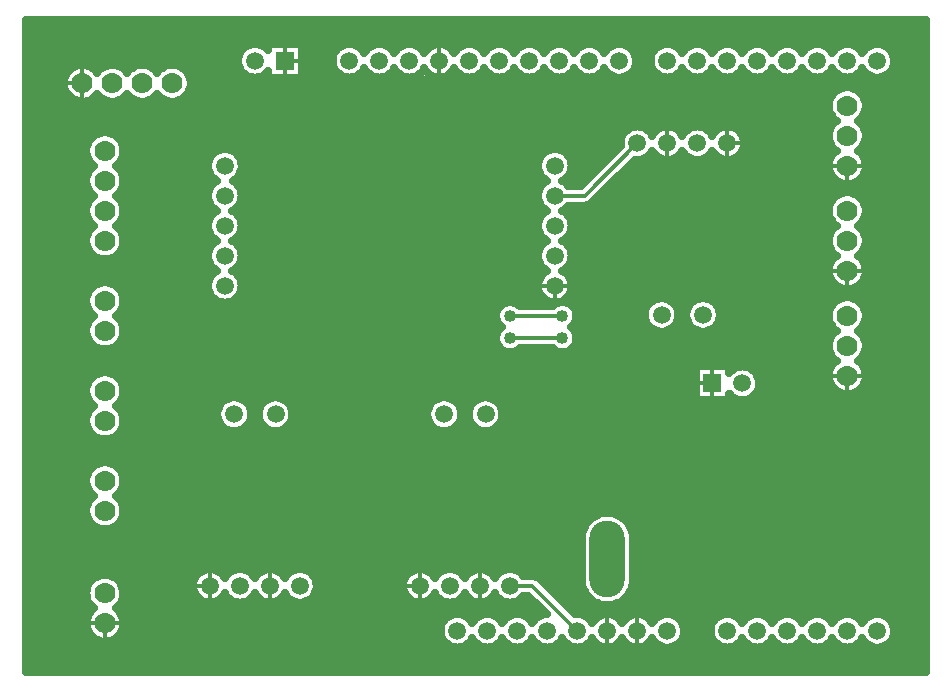
<source format=gbr>
%TF.GenerationSoftware,Novarm,DipTrace,3.3.0.1*%
%TF.CreationDate,2018-11-14T10:16:27-08:00*%
%FSLAX26Y26*%
%MOIN*%
%TF.FileFunction,Copper,L2,Bot*%
%TF.Part,Single*%
%TA.AperFunction,Conductor*%
%ADD13C,0.013*%
%TA.AperFunction,CopperBalancing*%
%ADD15C,0.025*%
%TA.AperFunction,ComponentPad*%
%ADD16O,0.11811X0.255906*%
%ADD17C,0.059055*%
%ADD18R,0.059055X0.059055*%
%ADD19C,0.07*%
%TA.AperFunction,ViaPad*%
%ADD22C,0.04*%
%TA.AperFunction,CopperBalancing*%
%ADD47C,0.013*%
G75*
G01*
%LPD*%
X2193700Y2018700D2*
D13*
X2293700D1*
X2468700Y2193700D1*
X2043700Y718700D2*
X2118700D1*
X2268700Y568700D1*
X2043700Y1618700D2*
X2218700D1*
X2043700Y1543700D2*
X2218700D1*
D22*
X2043700Y1618700D3*
X2218700D3*
X2043700Y1543700D3*
X2218700D3*
X434718Y2580331D2*
D15*
X3427699D1*
X434718Y2555462D2*
X3427699D1*
X434718Y2530594D2*
X3427699D1*
X434718Y2505725D2*
X1149161D1*
X1352241D2*
X1464151D1*
X2453239D2*
X2524134D1*
X3313239D2*
X3427699D1*
X434718Y2480856D2*
X1136493D1*
X1352241D2*
X1451520D1*
X2465906D2*
X2511503D1*
X3325907D2*
X3427699D1*
X434718Y2455987D2*
X1136637D1*
X1352241D2*
X1451628D1*
X2465763D2*
X2511646D1*
X3325763D2*
X3427699D1*
X434718Y2431119D2*
X567406D1*
X970002D2*
X1149662D1*
X1352241D2*
X1464654D1*
X2452737D2*
X2524637D1*
X3312737D2*
X3427699D1*
X434718Y2406250D2*
X555994D1*
X981414D2*
X3427699D1*
X434718Y2381381D2*
X555959D1*
X981449D2*
X3427699D1*
X434718Y2356512D2*
X567226D1*
X970182D2*
X3117695D1*
X3219690D2*
X3427699D1*
X434718Y2331644D2*
X3106069D1*
X3231315D2*
X3427699D1*
X434718Y2306775D2*
X3105854D1*
X3231532D2*
X3427699D1*
X434718Y2281906D2*
X3116905D1*
X3220480D2*
X3427699D1*
X434718Y2257037D2*
X3118125D1*
X3219294D2*
X3427699D1*
X434718Y2232169D2*
X2425453D1*
X2511945D2*
X2525462D1*
X2611919D2*
X2625472D1*
X2711928D2*
X2725481D1*
X2811938D2*
X3106176D1*
X3231208D2*
X3427699D1*
X434718Y2207300D2*
X643336D1*
X744075D2*
X2411852D1*
X2825537D2*
X3105781D1*
X3231640D2*
X3427699D1*
X434718Y2182431D2*
X631243D1*
X756133D2*
X2408264D1*
X2826077D2*
X3116546D1*
X3220873D2*
X3427699D1*
X434718Y2157562D2*
X630705D1*
X756671D2*
X1050838D1*
X1136541D2*
X2150831D1*
X2236570D2*
X2383397D1*
X2814019D2*
X3118520D1*
X3218864D2*
X3427699D1*
X434718Y2132693D2*
X641327D1*
X746049D2*
X1036951D1*
X1150464D2*
X2136944D1*
X2250457D2*
X2358529D1*
X2456864D2*
X3106319D1*
X3231100D2*
X3427699D1*
X434718Y2107825D2*
X643767D1*
X743645D2*
X1036233D1*
X1151146D2*
X2136226D1*
X2251175D2*
X2333661D1*
X2431995D2*
X3105674D1*
X3231747D2*
X3427699D1*
X434718Y2082956D2*
X631388D1*
X756025D2*
X1048039D1*
X1139340D2*
X2148067D1*
X2239334D2*
X2308793D1*
X2407128D2*
X3116151D1*
X3221233D2*
X3427699D1*
X434718Y2058087D2*
X630633D1*
X756779D2*
X1051339D1*
X1136039D2*
X2151369D1*
X2236032D2*
X2283926D1*
X2382260D2*
X3155804D1*
X3181616D2*
X3427699D1*
X434718Y2033218D2*
X640968D1*
X746444D2*
X1037094D1*
X1150321D2*
X2137087D1*
X2357393D2*
X3427699D1*
X434718Y2008350D2*
X644197D1*
X743214D2*
X1036125D1*
X1151254D2*
X2136154D1*
X2332525D2*
X3119201D1*
X3218218D2*
X3427699D1*
X434718Y1983481D2*
X631495D1*
X755881D2*
X1047644D1*
X1139771D2*
X2147637D1*
X2239764D2*
X3106499D1*
X3230885D2*
X3427699D1*
X434718Y1958612D2*
X630525D1*
X756851D2*
X1051878D1*
X1135536D2*
X2151872D1*
X2235529D2*
X3105529D1*
X3231855D2*
X3427699D1*
X434718Y1933743D2*
X640609D1*
X746802D2*
X1037237D1*
X1150176D2*
X2137231D1*
X2250171D2*
X3115613D1*
X3221806D2*
X3427699D1*
X434718Y1908875D2*
X644628D1*
X742747D2*
X1036053D1*
X1151361D2*
X2136046D1*
X2251355D2*
X3119633D1*
X3217752D2*
X3427699D1*
X434718Y1884006D2*
X631638D1*
X755773D2*
X1047213D1*
X1140201D2*
X2147207D1*
X2240195D2*
X3106642D1*
X3230777D2*
X3427699D1*
X434718Y1859137D2*
X630455D1*
X756959D2*
X1052417D1*
X1134998D2*
X2152410D1*
X2234991D2*
X3105459D1*
X3231962D2*
X3427699D1*
X434718Y1834268D2*
X640250D1*
X747162D2*
X1037381D1*
X1150033D2*
X2137375D1*
X2250027D2*
X3115255D1*
X3222166D2*
X3427699D1*
X434718Y1809399D2*
X674915D1*
X712498D2*
X1035945D1*
X1151432D2*
X2135939D1*
X2251462D2*
X3120099D1*
X3217321D2*
X3427699D1*
X434718Y1784531D2*
X1046783D1*
X1140596D2*
X2146812D1*
X2240590D2*
X3106785D1*
X3230634D2*
X3427699D1*
X434718Y1759662D2*
X1052990D1*
X1134423D2*
X2152985D1*
X2234418D2*
X3105351D1*
X3232033D2*
X3427699D1*
X434718Y1734793D2*
X1037524D1*
X1149854D2*
X2137518D1*
X2249884D2*
X3114896D1*
X3222524D2*
X3427699D1*
X434718Y1709924D2*
X645561D1*
X741851D2*
X1035873D1*
X1151540D2*
X2135868D1*
X2251535D2*
X3148088D1*
X3189296D2*
X3427699D1*
X434718Y1685056D2*
X631926D1*
X755486D2*
X1046388D1*
X1140990D2*
X2146381D1*
X2240985D2*
X3427699D1*
X434718Y1660187D2*
X630275D1*
X757102D2*
X2020213D1*
X2067197D2*
X2195184D1*
X2242204D2*
X2506444D1*
X2593151D2*
X2644239D1*
X2730947D2*
X3120817D1*
X3216604D2*
X3427699D1*
X434718Y1635318D2*
X639533D1*
X747843D2*
X1997785D1*
X2264632D2*
X2492915D1*
X2606680D2*
X2630710D1*
X2744476D2*
X3107002D1*
X3230419D2*
X3427699D1*
X434718Y1610449D2*
X646028D1*
X741348D2*
X1995453D1*
X2266965D2*
X2492448D1*
X2607146D2*
X2630243D1*
X2744941D2*
X3105243D1*
X3232141D2*
X3427699D1*
X434718Y1585581D2*
X632069D1*
X755343D2*
X2008550D1*
X2253831D2*
X2504613D1*
X2595018D2*
X2642409D1*
X2732813D2*
X3114393D1*
X3223027D2*
X3427699D1*
X434718Y1560712D2*
X630239D1*
X757174D2*
X1997928D1*
X2264489D2*
X3121283D1*
X3216102D2*
X3427699D1*
X434718Y1535843D2*
X639209D1*
X748203D2*
X1995381D1*
X2267036D2*
X3107145D1*
X3230276D2*
X3427699D1*
X434718Y1510974D2*
X669998D1*
X717414D2*
X2008155D1*
X2254226D2*
X3105171D1*
X3232213D2*
X3427699D1*
X434718Y1486106D2*
X3114035D1*
X3223350D2*
X3427699D1*
X434718Y1461237D2*
X3121785D1*
X3215634D2*
X3427699D1*
X434718Y1436368D2*
X2660171D1*
X2857511D2*
X3107288D1*
X3230096D2*
X3427699D1*
X434718Y1411499D2*
X647032D1*
X740380D2*
X2660171D1*
X2874340D2*
X3105136D1*
X3232285D2*
X3427699D1*
X434718Y1386630D2*
X632356D1*
X755020D2*
X2660171D1*
X2876780D2*
X3113712D1*
X3223672D2*
X3427699D1*
X434718Y1361762D2*
X630095D1*
X757317D2*
X2660171D1*
X2867235D2*
X3142957D1*
X3194427D2*
X3427699D1*
X434718Y1336893D2*
X638564D1*
X748848D2*
X1090813D1*
X1158789D2*
X1228608D1*
X1296585D2*
X1790805D1*
X1858781D2*
X1928600D1*
X1996577D2*
X3427699D1*
X434718Y1312024D2*
X647535D1*
X739842D2*
X1070537D1*
X1179064D2*
X1208333D1*
X1316859D2*
X1770566D1*
X1879057D2*
X1908361D1*
X2016852D2*
X3427699D1*
X434718Y1287155D2*
X632536D1*
X754877D2*
X1066375D1*
X1183226D2*
X1204170D1*
X1321022D2*
X1766368D1*
X1883218D2*
X1904163D1*
X2021014D2*
X3427699D1*
X434718Y1262287D2*
X630023D1*
X757352D2*
X1073911D1*
X1175691D2*
X1211707D1*
X1313486D2*
X1773940D1*
X1875683D2*
X1911735D1*
X2013478D2*
X3427699D1*
X434718Y1237418D2*
X638241D1*
X749136D2*
X1104520D1*
X1145082D2*
X1242315D1*
X1282877D2*
X1804512D1*
X1845074D2*
X1942308D1*
X1982869D2*
X3427699D1*
X434718Y1212549D2*
X666123D1*
X721289D2*
X3427699D1*
X434718Y1187680D2*
X3427699D1*
X434718Y1162812D2*
X3427699D1*
X434718Y1137943D2*
X3427699D1*
X434718Y1113074D2*
X648612D1*
X738764D2*
X3427699D1*
X434718Y1088205D2*
X632859D1*
X754518D2*
X3427699D1*
X434718Y1063336D2*
X629952D1*
X757460D2*
X3427699D1*
X434718Y1038468D2*
X637630D1*
X749745D2*
X3427699D1*
X434718Y1013599D2*
X649186D1*
X738226D2*
X3427699D1*
X434718Y988730D2*
X633037D1*
X754338D2*
X3427699D1*
X434718Y963861D2*
X629880D1*
X757497D2*
X3427699D1*
X434718Y938993D2*
X637344D1*
X750032D2*
X2307680D1*
X2429699D2*
X3427699D1*
X434718Y914124D2*
X662857D1*
X724554D2*
X2289308D1*
X2448071D2*
X3427699D1*
X434718Y889255D2*
X2281594D1*
X2455823D2*
X3427699D1*
X434718Y864386D2*
X2280661D1*
X2456756D2*
X3427699D1*
X434718Y839518D2*
X2280661D1*
X2456756D2*
X3427699D1*
X434718Y814649D2*
X2280661D1*
X2456756D2*
X3427699D1*
X434718Y789780D2*
X2280661D1*
X2456756D2*
X3427699D1*
X434718Y764911D2*
X1009535D1*
X1077871D2*
X1109508D1*
X1177880D2*
X1209518D1*
X1277889D2*
X1309527D1*
X1377861D2*
X1709528D1*
X1777863D2*
X1809537D1*
X1877872D2*
X1909510D1*
X1977881D2*
X2009519D1*
X2077890D2*
X2280661D1*
X2456756D2*
X3427699D1*
X434718Y740043D2*
X650764D1*
X736648D2*
X989403D1*
X1397993D2*
X1689397D1*
X2146537D2*
X2280661D1*
X2456756D2*
X3427699D1*
X434718Y715174D2*
X633577D1*
X753836D2*
X985277D1*
X1402120D2*
X1685270D1*
X2171405D2*
X2283961D1*
X2453419D2*
X3427699D1*
X434718Y690305D2*
X629808D1*
X757604D2*
X992884D1*
X1394512D2*
X1692913D1*
X2196272D2*
X2295696D1*
X2441684D2*
X3427699D1*
X434718Y665436D2*
X636590D1*
X750822D2*
X1023817D1*
X1063588D2*
X1123826D1*
X1163598D2*
X1223835D1*
X1263571D2*
X1323809D1*
X1363581D2*
X1723809D1*
X1763581D2*
X1823818D1*
X1863590D2*
X1923827D1*
X1963564D2*
X2023836D1*
X2063573D2*
X2122805D1*
X2221141D2*
X2322142D1*
X2415238D2*
X3427699D1*
X434718Y640567D2*
X651375D1*
X736037D2*
X2147674D1*
X2246008D2*
X3427699D1*
X434718Y615699D2*
X633755D1*
X753621D2*
X1835696D1*
X1901700D2*
X1935705D1*
X2001709D2*
X2035714D1*
X2101682D2*
X2135688D1*
X2301700D2*
X2335707D1*
X2401709D2*
X2435716D1*
X2501683D2*
X2535690D1*
X2601692D2*
X2735708D1*
X2801710D2*
X2835717D1*
X2901684D2*
X2935690D1*
X3001693D2*
X3035699D1*
X3101703D2*
X3135709D1*
X3201712D2*
X3235718D1*
X3301686D2*
X3427699D1*
X434718Y590830D2*
X629772D1*
X757640D2*
X1814739D1*
X2622684D2*
X2714716D1*
X3322678D2*
X3427699D1*
X434718Y565961D2*
X636304D1*
X751073D2*
X1810254D1*
X2627170D2*
X2710230D1*
X3327163D2*
X3427699D1*
X434718Y541092D2*
X659340D1*
X728071D2*
X1817431D1*
X2619957D2*
X2717443D1*
X3319951D2*
X3427699D1*
X434718Y516224D2*
X1846569D1*
X1890826D2*
X1946578D1*
X1990835D2*
X2046587D1*
X2090844D2*
X2146561D1*
X2190818D2*
X2246570D1*
X2290827D2*
X2346579D1*
X2390836D2*
X2446553D1*
X2490846D2*
X2546562D1*
X2590819D2*
X2746581D1*
X2790838D2*
X2846554D1*
X2890847D2*
X2946564D1*
X2990821D2*
X3046573D1*
X3090830D2*
X3146582D1*
X3190839D2*
X3246554D1*
X3290812D2*
X3427699D1*
X434718Y491355D2*
X3427699D1*
X434718Y466486D2*
X3427699D1*
X434718Y441617D2*
X3427699D1*
X2283146Y876548D2*
X2283409Y883287D1*
X2284199Y889957D1*
X2285508Y896546D1*
X2287333Y903012D1*
X2289658Y909314D1*
X2292470Y915415D1*
X2295752Y921276D1*
X2299485Y926861D1*
X2303644Y932137D1*
X2308204Y937070D1*
X2313137Y941630D1*
X2318413Y945789D1*
X2323998Y949522D1*
X2329859Y952804D1*
X2335960Y955616D1*
X2342262Y957941D1*
X2348728Y959766D1*
X2355317Y961075D1*
X2361987Y961865D1*
X2368700Y962129D1*
X2375413Y961865D1*
X2382083Y961075D1*
X2388672Y959766D1*
X2395138Y957941D1*
X2401440Y955616D1*
X2407541Y952804D1*
X2413402Y949522D1*
X2418987Y945789D1*
X2424263Y941630D1*
X2429196Y937070D1*
X2433756Y932137D1*
X2437915Y926861D1*
X2441648Y921276D1*
X2444930Y915415D1*
X2447742Y909314D1*
X2450067Y903012D1*
X2451892Y896546D1*
X2453201Y889957D1*
X2453991Y883287D1*
X2454255Y867388D1*
X2454220Y738779D1*
X2453991Y732066D1*
X2453201Y725396D1*
X2451892Y718806D1*
X2450067Y712340D1*
X2447742Y706039D1*
X2444930Y699938D1*
X2441648Y694077D1*
X2437915Y688491D1*
X2433756Y683216D1*
X2429196Y678283D1*
X2424263Y673722D1*
X2418987Y669564D1*
X2413402Y665831D1*
X2407541Y662549D1*
X2401440Y659737D1*
X2395138Y657411D1*
X2388672Y655587D1*
X2382083Y654277D1*
X2375413Y653487D1*
X2368700Y653224D1*
X2361987Y653487D1*
X2355317Y654277D1*
X2348728Y655587D1*
X2342262Y657411D1*
X2335960Y659737D1*
X2329859Y662549D1*
X2323998Y665831D1*
X2318413Y669564D1*
X2313137Y673722D1*
X2308204Y678283D1*
X2303644Y683216D1*
X2299485Y688491D1*
X2295752Y694077D1*
X2292470Y699938D1*
X2289658Y706039D1*
X2287333Y712340D1*
X2285508Y718806D1*
X2284199Y725396D1*
X2283409Y732066D1*
X2283145Y747965D1*
Y876539D1*
X2874554Y1389304D2*
X2873179Y1380621D1*
X2870462Y1372259D1*
X2866472Y1364426D1*
X2861304Y1357313D1*
X2855087Y1351096D1*
X2847974Y1345928D1*
X2840141Y1341938D1*
X2831779Y1339221D1*
X2823096Y1337846D1*
X2814304D1*
X2805621Y1339221D1*
X2797259Y1341938D1*
X2789426Y1345928D1*
X2782313Y1351096D1*
X2776096Y1357313D1*
X2774724Y1359054D1*
X2774728Y1337672D1*
X2662672D1*
Y1449728D1*
X2774728D1*
Y1428419D1*
X2779082Y1433318D1*
X2785768Y1439027D1*
X2793264Y1443621D1*
X2801386Y1446985D1*
X2809935Y1449037D1*
X2818700Y1449728D1*
X2827465Y1449037D1*
X2836014Y1446985D1*
X2844136Y1443621D1*
X2851632Y1439027D1*
X2858318Y1433318D1*
X2864027Y1426632D1*
X2868621Y1419136D1*
X2871985Y1411014D1*
X2874037Y1402465D1*
X2874728Y1393700D1*
X2874554Y1389304D1*
X1237676Y2434054D2*
X1233318Y2429082D1*
X1226632Y2423373D1*
X1219136Y2418779D1*
X1211014Y2415415D1*
X1202465Y2413363D1*
X1193700Y2412672D1*
X1184935Y2413363D1*
X1176386Y2415415D1*
X1168264Y2418779D1*
X1160768Y2423373D1*
X1154082Y2429082D1*
X1148373Y2435768D1*
X1143779Y2443264D1*
X1140415Y2451386D1*
X1138363Y2459935D1*
X1137672Y2468700D1*
X1138363Y2477465D1*
X1140415Y2486014D1*
X1143779Y2494136D1*
X1148373Y2501632D1*
X1154082Y2508318D1*
X1160768Y2514027D1*
X1168264Y2518621D1*
X1176386Y2521985D1*
X1184935Y2524037D1*
X1193700Y2524728D1*
X1202465Y2524037D1*
X1211014Y2521985D1*
X1219136Y2518621D1*
X1226632Y2514027D1*
X1233318Y2508318D1*
X1237676Y2503346D1*
X1237672Y2524728D1*
X1349728D1*
Y2412672D1*
X1237672D1*
Y2433981D1*
X868696Y2357911D2*
X865465Y2353759D1*
X858641Y2346935D1*
X850834Y2341263D1*
X842235Y2336881D1*
X833057Y2333899D1*
X823525Y2332389D1*
X813875D1*
X804343Y2333899D1*
X795165Y2336881D1*
X786566Y2341263D1*
X778759Y2346935D1*
X771935Y2353759D1*
X768704Y2357911D1*
X765465Y2353759D1*
X758641Y2346935D1*
X750834Y2341263D1*
X742235Y2336881D1*
X733057Y2333899D1*
X723525Y2332389D1*
X713875D1*
X704343Y2333899D1*
X695165Y2336881D1*
X686566Y2341263D1*
X678759Y2346935D1*
X671935Y2353759D1*
X668704Y2357911D1*
X663830Y2351920D1*
X658528Y2346839D1*
X652658Y2342424D1*
X646302Y2338742D1*
X639554Y2335843D1*
X632508Y2333770D1*
X625266Y2332552D1*
X617928Y2332205D1*
X610603Y2332735D1*
X603393Y2334136D1*
X596401Y2336385D1*
X589728Y2339452D1*
X583468Y2343293D1*
X577709Y2347852D1*
X572536Y2353066D1*
X568022Y2358859D1*
X564229Y2365149D1*
X561213Y2371847D1*
X559019Y2378855D1*
X557674Y2386077D1*
X557201Y2393406D1*
X557604Y2400739D1*
X558878Y2407972D1*
X561007Y2415002D1*
X563959Y2421728D1*
X567690Y2428054D1*
X572149Y2433890D1*
X577272Y2439153D1*
X582986Y2443767D1*
X589209Y2447669D1*
X595854Y2450798D1*
X602823Y2453115D1*
X610019Y2454585D1*
X617339Y2455186D1*
X624679Y2454909D1*
X631934Y2453759D1*
X638999Y2451754D1*
X645775Y2448919D1*
X652165Y2445298D1*
X658077Y2440940D1*
X663428Y2435910D1*
X668697Y2429501D1*
X675213Y2437187D1*
X682552Y2443455D1*
X690780Y2448497D1*
X699696Y2452190D1*
X709079Y2454443D1*
X718700Y2455200D1*
X728321Y2454443D1*
X737704Y2452190D1*
X746620Y2448497D1*
X754848Y2443455D1*
X762187Y2437187D1*
X768455Y2429848D1*
X768696Y2429489D1*
X771935Y2433641D1*
X778759Y2440465D1*
X786566Y2446137D1*
X795165Y2450519D1*
X804343Y2453501D1*
X813875Y2455011D1*
X823525D1*
X833057Y2453501D1*
X842235Y2450519D1*
X850834Y2446137D1*
X858641Y2440465D1*
X865465Y2433641D1*
X868696Y2429489D1*
X871935Y2433641D1*
X878759Y2440465D1*
X886566Y2446137D1*
X895165Y2450519D1*
X904343Y2453501D1*
X913875Y2455011D1*
X923525D1*
X933057Y2453501D1*
X942235Y2450519D1*
X950834Y2446137D1*
X958641Y2440465D1*
X965465Y2433641D1*
X971137Y2425834D1*
X975519Y2417235D1*
X978501Y2408057D1*
X980011Y2398525D1*
Y2388875D1*
X978501Y2379343D1*
X975519Y2370165D1*
X971137Y2361566D1*
X965465Y2353759D1*
X958641Y2346935D1*
X950834Y2341263D1*
X942235Y2336881D1*
X933057Y2333899D1*
X923525Y2332389D1*
X913875D1*
X904343Y2333899D1*
X895165Y2336881D1*
X886566Y2341263D1*
X878759Y2346935D1*
X871935Y2353759D1*
X868704Y2357911D1*
X3324554Y2464304D2*
X3323179Y2455621D1*
X3320462Y2447259D1*
X3316472Y2439426D1*
X3311304Y2432313D1*
X3305087Y2426096D1*
X3297974Y2420928D1*
X3290141Y2416938D1*
X3281779Y2414221D1*
X3273096Y2412846D1*
X3264304D1*
X3255621Y2414221D1*
X3247259Y2416938D1*
X3239426Y2420928D1*
X3232313Y2426096D1*
X3226096Y2432313D1*
X3220928Y2439426D1*
X3218621Y2443264D1*
X3214027Y2435768D1*
X3208318Y2429082D1*
X3201632Y2423373D1*
X3194136Y2418779D1*
X3186014Y2415415D1*
X3177465Y2413363D1*
X3168700Y2412672D1*
X3159935Y2413363D1*
X3151386Y2415415D1*
X3143264Y2418779D1*
X3135768Y2423373D1*
X3129082Y2429082D1*
X3123373Y2435768D1*
X3118700Y2443436D1*
X3114027Y2435768D1*
X3108318Y2429082D1*
X3101632Y2423373D1*
X3094136Y2418779D1*
X3086014Y2415415D1*
X3077465Y2413363D1*
X3068700Y2412672D1*
X3059935Y2413363D1*
X3051386Y2415415D1*
X3043264Y2418779D1*
X3035768Y2423373D1*
X3029082Y2429082D1*
X3023373Y2435768D1*
X3018700Y2443436D1*
X3014027Y2435768D1*
X3008318Y2429082D1*
X3001632Y2423373D1*
X2994136Y2418779D1*
X2986014Y2415415D1*
X2977465Y2413363D1*
X2968700Y2412672D1*
X2959935Y2413363D1*
X2951386Y2415415D1*
X2943264Y2418779D1*
X2935768Y2423373D1*
X2929082Y2429082D1*
X2923373Y2435768D1*
X2918700Y2443436D1*
X2914027Y2435768D1*
X2908318Y2429082D1*
X2901632Y2423373D1*
X2894136Y2418779D1*
X2886014Y2415415D1*
X2877465Y2413363D1*
X2868700Y2412672D1*
X2859935Y2413363D1*
X2851386Y2415415D1*
X2843264Y2418779D1*
X2835768Y2423373D1*
X2829082Y2429082D1*
X2823373Y2435768D1*
X2818700Y2443436D1*
X2814027Y2435768D1*
X2808318Y2429082D1*
X2801632Y2423373D1*
X2794136Y2418779D1*
X2786014Y2415415D1*
X2777465Y2413363D1*
X2768700Y2412672D1*
X2759935Y2413363D1*
X2751386Y2415415D1*
X2743264Y2418779D1*
X2735768Y2423373D1*
X2729082Y2429082D1*
X2723373Y2435768D1*
X2718700Y2443436D1*
X2714027Y2435768D1*
X2708318Y2429082D1*
X2701632Y2423373D1*
X2694136Y2418779D1*
X2686014Y2415415D1*
X2677465Y2413363D1*
X2668700Y2412672D1*
X2659935Y2413363D1*
X2651386Y2415415D1*
X2643264Y2418779D1*
X2635768Y2423373D1*
X2629082Y2429082D1*
X2623373Y2435768D1*
X2618700Y2443436D1*
X2614027Y2435768D1*
X2608318Y2429082D1*
X2601632Y2423373D1*
X2594136Y2418779D1*
X2586014Y2415415D1*
X2577465Y2413363D1*
X2568700Y2412672D1*
X2559935Y2413363D1*
X2551386Y2415415D1*
X2543264Y2418779D1*
X2535768Y2423373D1*
X2529082Y2429082D1*
X2523373Y2435768D1*
X2518779Y2443264D1*
X2515415Y2451386D1*
X2513363Y2459935D1*
X2512672Y2468700D1*
X2513363Y2477465D1*
X2515415Y2486014D1*
X2518779Y2494136D1*
X2523373Y2501632D1*
X2529082Y2508318D1*
X2535768Y2514027D1*
X2543264Y2518621D1*
X2551386Y2521985D1*
X2559935Y2524037D1*
X2568700Y2524728D1*
X2577465Y2524037D1*
X2586014Y2521985D1*
X2594136Y2518621D1*
X2601632Y2514027D1*
X2608318Y2508318D1*
X2614027Y2501632D1*
X2618700Y2493964D1*
X2623373Y2501632D1*
X2629082Y2508318D1*
X2635768Y2514027D1*
X2643264Y2518621D1*
X2651386Y2521985D1*
X2659935Y2524037D1*
X2668700Y2524728D1*
X2677465Y2524037D1*
X2686014Y2521985D1*
X2694136Y2518621D1*
X2701632Y2514027D1*
X2708318Y2508318D1*
X2714027Y2501632D1*
X2718700Y2493964D1*
X2723373Y2501632D1*
X2729082Y2508318D1*
X2735768Y2514027D1*
X2743264Y2518621D1*
X2751386Y2521985D1*
X2759935Y2524037D1*
X2768700Y2524728D1*
X2777465Y2524037D1*
X2786014Y2521985D1*
X2794136Y2518621D1*
X2801632Y2514027D1*
X2808318Y2508318D1*
X2814027Y2501632D1*
X2818700Y2493964D1*
X2823373Y2501632D1*
X2829082Y2508318D1*
X2835768Y2514027D1*
X2843264Y2518621D1*
X2851386Y2521985D1*
X2859935Y2524037D1*
X2868700Y2524728D1*
X2877465Y2524037D1*
X2886014Y2521985D1*
X2894136Y2518621D1*
X2901632Y2514027D1*
X2908318Y2508318D1*
X2914027Y2501632D1*
X2918700Y2493964D1*
X2923373Y2501632D1*
X2929082Y2508318D1*
X2935768Y2514027D1*
X2943264Y2518621D1*
X2951386Y2521985D1*
X2959935Y2524037D1*
X2968700Y2524728D1*
X2977465Y2524037D1*
X2986014Y2521985D1*
X2994136Y2518621D1*
X3001632Y2514027D1*
X3008318Y2508318D1*
X3014027Y2501632D1*
X3018700Y2493964D1*
X3023373Y2501632D1*
X3029082Y2508318D1*
X3035768Y2514027D1*
X3043264Y2518621D1*
X3051386Y2521985D1*
X3059935Y2524037D1*
X3068700Y2524728D1*
X3077465Y2524037D1*
X3086014Y2521985D1*
X3094136Y2518621D1*
X3101632Y2514027D1*
X3108318Y2508318D1*
X3114027Y2501632D1*
X3118700Y2493964D1*
X3123373Y2501632D1*
X3129082Y2508318D1*
X3135768Y2514027D1*
X3143264Y2518621D1*
X3151386Y2521985D1*
X3159935Y2524037D1*
X3168700Y2524728D1*
X3177465Y2524037D1*
X3186014Y2521985D1*
X3194136Y2518621D1*
X3201632Y2514027D1*
X3208318Y2508318D1*
X3214027Y2501632D1*
X3218700Y2493964D1*
X3223373Y2501632D1*
X3229082Y2508318D1*
X3235768Y2514027D1*
X3243264Y2518621D1*
X3251386Y2521985D1*
X3259935Y2524037D1*
X3268700Y2524728D1*
X3277465Y2524037D1*
X3286014Y2521985D1*
X3294136Y2518621D1*
X3301632Y2514027D1*
X3308318Y2508318D1*
X3314027Y2501632D1*
X3318621Y2494136D1*
X3321985Y2486014D1*
X3324037Y2477465D1*
X3324728Y2468700D1*
X3324554Y2464304D1*
X2464554D2*
X2463179Y2455621D1*
X2460462Y2447259D1*
X2456472Y2439426D1*
X2451304Y2432313D1*
X2445087Y2426096D1*
X2437974Y2420928D1*
X2430141Y2416938D1*
X2421779Y2414221D1*
X2413096Y2412846D1*
X2404304D1*
X2395621Y2414221D1*
X2387259Y2416938D1*
X2379426Y2420928D1*
X2372313Y2426096D1*
X2366096Y2432313D1*
X2360928Y2439426D1*
X2358621Y2443264D1*
X2354027Y2435768D1*
X2348318Y2429082D1*
X2341632Y2423373D1*
X2334136Y2418779D1*
X2326014Y2415415D1*
X2317465Y2413363D1*
X2308700Y2412672D1*
X2299935Y2413363D1*
X2291386Y2415415D1*
X2283264Y2418779D1*
X2275768Y2423373D1*
X2269082Y2429082D1*
X2263373Y2435768D1*
X2258700Y2443436D1*
X2254027Y2435768D1*
X2248318Y2429082D1*
X2241632Y2423373D1*
X2234136Y2418779D1*
X2226014Y2415415D1*
X2217465Y2413363D1*
X2208700Y2412672D1*
X2199935Y2413363D1*
X2191386Y2415415D1*
X2183264Y2418779D1*
X2175768Y2423373D1*
X2169082Y2429082D1*
X2163373Y2435768D1*
X2158700Y2443436D1*
X2154027Y2435768D1*
X2148318Y2429082D1*
X2141632Y2423373D1*
X2134136Y2418779D1*
X2126014Y2415415D1*
X2117465Y2413363D1*
X2108700Y2412672D1*
X2099935Y2413363D1*
X2091386Y2415415D1*
X2083264Y2418779D1*
X2075768Y2423373D1*
X2069082Y2429082D1*
X2063373Y2435768D1*
X2058700Y2443436D1*
X2054027Y2435768D1*
X2048318Y2429082D1*
X2041632Y2423373D1*
X2034136Y2418779D1*
X2026014Y2415415D1*
X2017465Y2413363D1*
X2008700Y2412672D1*
X1999935Y2413363D1*
X1991386Y2415415D1*
X1983264Y2418779D1*
X1975768Y2423373D1*
X1969082Y2429082D1*
X1963373Y2435768D1*
X1958700Y2443436D1*
X1954027Y2435768D1*
X1948318Y2429082D1*
X1941632Y2423373D1*
X1934136Y2418779D1*
X1926014Y2415415D1*
X1917465Y2413363D1*
X1908700Y2412672D1*
X1899935Y2413363D1*
X1891386Y2415415D1*
X1883264Y2418779D1*
X1875768Y2423373D1*
X1869082Y2429082D1*
X1863373Y2435768D1*
X1858700Y2443436D1*
X1855247Y2437516D1*
X1850770Y2431696D1*
X1845567Y2426511D1*
X1839733Y2422052D1*
X1833365Y2418394D1*
X1826574Y2415600D1*
X1819476Y2413718D1*
X1812191Y2412781D1*
X1804847Y2412805D1*
X1797570Y2413789D1*
X1790483Y2415717D1*
X1783710Y2418554D1*
X1777367Y2422254D1*
X1771561Y2426751D1*
X1766393Y2431969D1*
X1761952Y2437818D1*
X1758707Y2443423D1*
X1754027Y2435768D1*
X1748318Y2429082D1*
X1741632Y2423373D1*
X1734136Y2418779D1*
X1726014Y2415415D1*
X1717465Y2413363D1*
X1708700Y2412672D1*
X1699935Y2413363D1*
X1691386Y2415415D1*
X1683264Y2418779D1*
X1675768Y2423373D1*
X1669082Y2429082D1*
X1663373Y2435768D1*
X1658700Y2443436D1*
X1654027Y2435768D1*
X1648318Y2429082D1*
X1641632Y2423373D1*
X1634136Y2418779D1*
X1626014Y2415415D1*
X1617465Y2413363D1*
X1608700Y2412672D1*
X1599935Y2413363D1*
X1591386Y2415415D1*
X1583264Y2418779D1*
X1575768Y2423373D1*
X1569082Y2429082D1*
X1563373Y2435768D1*
X1558700Y2443436D1*
X1554027Y2435768D1*
X1548318Y2429082D1*
X1541632Y2423373D1*
X1534136Y2418779D1*
X1526014Y2415415D1*
X1517465Y2413363D1*
X1508700Y2412672D1*
X1499935Y2413363D1*
X1491386Y2415415D1*
X1483264Y2418779D1*
X1475768Y2423373D1*
X1469082Y2429082D1*
X1463373Y2435768D1*
X1458779Y2443264D1*
X1455415Y2451386D1*
X1453363Y2459935D1*
X1452672Y2468700D1*
X1453363Y2477465D1*
X1455415Y2486014D1*
X1458779Y2494136D1*
X1463373Y2501632D1*
X1469082Y2508318D1*
X1475768Y2514027D1*
X1483264Y2518621D1*
X1491386Y2521985D1*
X1499935Y2524037D1*
X1508700Y2524728D1*
X1517465Y2524037D1*
X1526014Y2521985D1*
X1534136Y2518621D1*
X1541632Y2514027D1*
X1548318Y2508318D1*
X1554027Y2501632D1*
X1558700Y2493964D1*
X1563373Y2501632D1*
X1569082Y2508318D1*
X1575768Y2514027D1*
X1583264Y2518621D1*
X1591386Y2521985D1*
X1599935Y2524037D1*
X1608700Y2524728D1*
X1617465Y2524037D1*
X1626014Y2521985D1*
X1634136Y2518621D1*
X1641632Y2514027D1*
X1648318Y2508318D1*
X1654027Y2501632D1*
X1658700Y2493964D1*
X1663373Y2501632D1*
X1669082Y2508318D1*
X1675768Y2514027D1*
X1683264Y2518621D1*
X1691386Y2521985D1*
X1699935Y2524037D1*
X1708700Y2524728D1*
X1717465Y2524037D1*
X1726014Y2521985D1*
X1734136Y2518621D1*
X1741632Y2514027D1*
X1748318Y2508318D1*
X1754027Y2501632D1*
X1758700Y2493964D1*
X1762355Y2500184D1*
X1766871Y2505976D1*
X1772106Y2511125D1*
X1777969Y2515548D1*
X1784360Y2519165D1*
X1791170Y2521914D1*
X1798280Y2523750D1*
X1805570Y2524640D1*
X1812914Y2524569D1*
X1820184Y2523537D1*
X1827259Y2521565D1*
X1834014Y2518683D1*
X1840334Y2514943D1*
X1846109Y2510409D1*
X1851243Y2505157D1*
X1855646Y2499279D1*
X1858695Y2493974D1*
X1863373Y2501632D1*
X1869082Y2508318D1*
X1875768Y2514027D1*
X1883264Y2518621D1*
X1891386Y2521985D1*
X1899935Y2524037D1*
X1908700Y2524728D1*
X1917465Y2524037D1*
X1926014Y2521985D1*
X1934136Y2518621D1*
X1941632Y2514027D1*
X1948318Y2508318D1*
X1954027Y2501632D1*
X1958700Y2493964D1*
X1963373Y2501632D1*
X1969082Y2508318D1*
X1975768Y2514027D1*
X1983264Y2518621D1*
X1991386Y2521985D1*
X1999935Y2524037D1*
X2008700Y2524728D1*
X2017465Y2524037D1*
X2026014Y2521985D1*
X2034136Y2518621D1*
X2041632Y2514027D1*
X2048318Y2508318D1*
X2054027Y2501632D1*
X2058700Y2493964D1*
X2063373Y2501632D1*
X2069082Y2508318D1*
X2075768Y2514027D1*
X2083264Y2518621D1*
X2091386Y2521985D1*
X2099935Y2524037D1*
X2108700Y2524728D1*
X2117465Y2524037D1*
X2126014Y2521985D1*
X2134136Y2518621D1*
X2141632Y2514027D1*
X2148318Y2508318D1*
X2154027Y2501632D1*
X2158700Y2493964D1*
X2163373Y2501632D1*
X2169082Y2508318D1*
X2175768Y2514027D1*
X2183264Y2518621D1*
X2191386Y2521985D1*
X2199935Y2524037D1*
X2208700Y2524728D1*
X2217465Y2524037D1*
X2226014Y2521985D1*
X2234136Y2518621D1*
X2241632Y2514027D1*
X2248318Y2508318D1*
X2254027Y2501632D1*
X2258700Y2493964D1*
X2263373Y2501632D1*
X2269082Y2508318D1*
X2275768Y2514027D1*
X2283264Y2518621D1*
X2291386Y2521985D1*
X2299935Y2524037D1*
X2308700Y2524728D1*
X2317465Y2524037D1*
X2326014Y2521985D1*
X2334136Y2518621D1*
X2341632Y2514027D1*
X2348318Y2508318D1*
X2354027Y2501632D1*
X2358700Y2493964D1*
X2363373Y2501632D1*
X2369082Y2508318D1*
X2375768Y2514027D1*
X2383264Y2518621D1*
X2391386Y2521985D1*
X2399935Y2524037D1*
X2408700Y2524728D1*
X2417465Y2524037D1*
X2426014Y2521985D1*
X2434136Y2518621D1*
X2441632Y2514027D1*
X2448318Y2508318D1*
X2454027Y2501632D1*
X2458621Y2494136D1*
X2461985Y2486014D1*
X2464037Y2477465D1*
X2464728Y2468700D1*
X2464554Y2464304D1*
X3324554Y564304D2*
X3323179Y555621D1*
X3320462Y547259D1*
X3316472Y539426D1*
X3311304Y532313D1*
X3305087Y526096D1*
X3297974Y520928D1*
X3290141Y516938D1*
X3281779Y514221D1*
X3273096Y512846D1*
X3264304D1*
X3255621Y514221D1*
X3247259Y516938D1*
X3239426Y520928D1*
X3232313Y526096D1*
X3226096Y532313D1*
X3220928Y539426D1*
X3218621Y543264D1*
X3214027Y535768D1*
X3208318Y529082D1*
X3201632Y523373D1*
X3194136Y518779D1*
X3186014Y515415D1*
X3177465Y513363D1*
X3168700Y512672D1*
X3159935Y513363D1*
X3151386Y515415D1*
X3143264Y518779D1*
X3135768Y523373D1*
X3129082Y529082D1*
X3123373Y535768D1*
X3118700Y543436D1*
X3114027Y535768D1*
X3108318Y529082D1*
X3101632Y523373D1*
X3094136Y518779D1*
X3086014Y515415D1*
X3077465Y513363D1*
X3068700Y512672D1*
X3059935Y513363D1*
X3051386Y515415D1*
X3043264Y518779D1*
X3035768Y523373D1*
X3029082Y529082D1*
X3023373Y535768D1*
X3018700Y543436D1*
X3014027Y535768D1*
X3008318Y529082D1*
X3001632Y523373D1*
X2994136Y518779D1*
X2986014Y515415D1*
X2977465Y513363D1*
X2968700Y512672D1*
X2959935Y513363D1*
X2951386Y515415D1*
X2943264Y518779D1*
X2935768Y523373D1*
X2929082Y529082D1*
X2923373Y535768D1*
X2918700Y543436D1*
X2914027Y535768D1*
X2908318Y529082D1*
X2901632Y523373D1*
X2894136Y518779D1*
X2886014Y515415D1*
X2877465Y513363D1*
X2868700Y512672D1*
X2859935Y513363D1*
X2851386Y515415D1*
X2843264Y518779D1*
X2835768Y523373D1*
X2829082Y529082D1*
X2823373Y535768D1*
X2818700Y543436D1*
X2814027Y535768D1*
X2808318Y529082D1*
X2801632Y523373D1*
X2794136Y518779D1*
X2786014Y515415D1*
X2777465Y513363D1*
X2768700Y512672D1*
X2759935Y513363D1*
X2751386Y515415D1*
X2743264Y518779D1*
X2735768Y523373D1*
X2729082Y529082D1*
X2723373Y535768D1*
X2718779Y543264D1*
X2715415Y551386D1*
X2713363Y559935D1*
X2712672Y568700D1*
X2713363Y577465D1*
X2715415Y586014D1*
X2718779Y594136D1*
X2723373Y601632D1*
X2729082Y608318D1*
X2735768Y614027D1*
X2743264Y618621D1*
X2751386Y621985D1*
X2759935Y624037D1*
X2768700Y624728D1*
X2777465Y624037D1*
X2786014Y621985D1*
X2794136Y618621D1*
X2801632Y614027D1*
X2808318Y608318D1*
X2814027Y601632D1*
X2818700Y593964D1*
X2823373Y601632D1*
X2829082Y608318D1*
X2835768Y614027D1*
X2843264Y618621D1*
X2851386Y621985D1*
X2859935Y624037D1*
X2868700Y624728D1*
X2877465Y624037D1*
X2886014Y621985D1*
X2894136Y618621D1*
X2901632Y614027D1*
X2908318Y608318D1*
X2914027Y601632D1*
X2918700Y593964D1*
X2923373Y601632D1*
X2929082Y608318D1*
X2935768Y614027D1*
X2943264Y618621D1*
X2951386Y621985D1*
X2959935Y624037D1*
X2968700Y624728D1*
X2977465Y624037D1*
X2986014Y621985D1*
X2994136Y618621D1*
X3001632Y614027D1*
X3008318Y608318D1*
X3014027Y601632D1*
X3018700Y593964D1*
X3023373Y601632D1*
X3029082Y608318D1*
X3035768Y614027D1*
X3043264Y618621D1*
X3051386Y621985D1*
X3059935Y624037D1*
X3068700Y624728D1*
X3077465Y624037D1*
X3086014Y621985D1*
X3094136Y618621D1*
X3101632Y614027D1*
X3108318Y608318D1*
X3114027Y601632D1*
X3118700Y593964D1*
X3123373Y601632D1*
X3129082Y608318D1*
X3135768Y614027D1*
X3143264Y618621D1*
X3151386Y621985D1*
X3159935Y624037D1*
X3168700Y624728D1*
X3177465Y624037D1*
X3186014Y621985D1*
X3194136Y618621D1*
X3201632Y614027D1*
X3208318Y608318D1*
X3214027Y601632D1*
X3218700Y593964D1*
X3223373Y601632D1*
X3229082Y608318D1*
X3235768Y614027D1*
X3243264Y618621D1*
X3251386Y621985D1*
X3259935Y624037D1*
X3268700Y624728D1*
X3277465Y624037D1*
X3286014Y621985D1*
X3294136Y618621D1*
X3301632Y614027D1*
X3308318Y608318D1*
X3314027Y601632D1*
X3318621Y594136D1*
X3321985Y586014D1*
X3324037Y577465D1*
X3324728Y568700D1*
X3324554Y564304D1*
X2624554D2*
X2623179Y555621D1*
X2620462Y547259D1*
X2616472Y539426D1*
X2611304Y532313D1*
X2605087Y526096D1*
X2597974Y520928D1*
X2590141Y516938D1*
X2581779Y514221D1*
X2573096Y512846D1*
X2564304D1*
X2555621Y514221D1*
X2547259Y516938D1*
X2539426Y520928D1*
X2532313Y526096D1*
X2526096Y532313D1*
X2520928Y539426D1*
X2518700Y543436D1*
X2515247Y537516D1*
X2510770Y531696D1*
X2505567Y526511D1*
X2499733Y522052D1*
X2493365Y518394D1*
X2486574Y515600D1*
X2479476Y513718D1*
X2472191Y512781D1*
X2464847Y512805D1*
X2457570Y513789D1*
X2450483Y515717D1*
X2443710Y518554D1*
X2437367Y522254D1*
X2431561Y526751D1*
X2426393Y531969D1*
X2421952Y537818D1*
X2418707Y543423D1*
X2415247Y537516D1*
X2410770Y531696D1*
X2405567Y526511D1*
X2399733Y522052D1*
X2393365Y518394D1*
X2386574Y515600D1*
X2379476Y513718D1*
X2372191Y512781D1*
X2364847Y512805D1*
X2357570Y513789D1*
X2350483Y515717D1*
X2343710Y518554D1*
X2337367Y522254D1*
X2331561Y526751D1*
X2326393Y531969D1*
X2321952Y537818D1*
X2318707Y543423D1*
X2314027Y535768D1*
X2308318Y529082D1*
X2301632Y523373D1*
X2294136Y518779D1*
X2286014Y515415D1*
X2277465Y513363D1*
X2268700Y512672D1*
X2259935Y513363D1*
X2251386Y515415D1*
X2243264Y518779D1*
X2235768Y523373D1*
X2229082Y529082D1*
X2223373Y535768D1*
X2218700Y543436D1*
X2214027Y535768D1*
X2208318Y529082D1*
X2201632Y523373D1*
X2194136Y518779D1*
X2186014Y515415D1*
X2177465Y513363D1*
X2168700Y512672D1*
X2159935Y513363D1*
X2151386Y515415D1*
X2143264Y518779D1*
X2135768Y523373D1*
X2129082Y529082D1*
X2123373Y535768D1*
X2118700Y543436D1*
X2114027Y535768D1*
X2108318Y529082D1*
X2101632Y523373D1*
X2094136Y518779D1*
X2086014Y515415D1*
X2077465Y513363D1*
X2068700Y512672D1*
X2059935Y513363D1*
X2051386Y515415D1*
X2043264Y518779D1*
X2035768Y523373D1*
X2029082Y529082D1*
X2023373Y535768D1*
X2018700Y543436D1*
X2014027Y535768D1*
X2008318Y529082D1*
X2001632Y523373D1*
X1994136Y518779D1*
X1986014Y515415D1*
X1977465Y513363D1*
X1968700Y512672D1*
X1959935Y513363D1*
X1951386Y515415D1*
X1943264Y518779D1*
X1935768Y523373D1*
X1929082Y529082D1*
X1923373Y535768D1*
X1918700Y543436D1*
X1914027Y535768D1*
X1908318Y529082D1*
X1901632Y523373D1*
X1894136Y518779D1*
X1886014Y515415D1*
X1877465Y513363D1*
X1868700Y512672D1*
X1859935Y513363D1*
X1851386Y515415D1*
X1843264Y518779D1*
X1835768Y523373D1*
X1829082Y529082D1*
X1823373Y535768D1*
X1818779Y543264D1*
X1815415Y551386D1*
X1813363Y559935D1*
X1812672Y568700D1*
X1813363Y577465D1*
X1815415Y586014D1*
X1818779Y594136D1*
X1823373Y601632D1*
X1829082Y608318D1*
X1835768Y614027D1*
X1843264Y618621D1*
X1851386Y621985D1*
X1859935Y624037D1*
X1868700Y624728D1*
X1877465Y624037D1*
X1886014Y621985D1*
X1894136Y618621D1*
X1901632Y614027D1*
X1908318Y608318D1*
X1914027Y601632D1*
X1918700Y593964D1*
X1923373Y601632D1*
X1929082Y608318D1*
X1935768Y614027D1*
X1943264Y618621D1*
X1951386Y621985D1*
X1959935Y624037D1*
X1968700Y624728D1*
X1977465Y624037D1*
X1986014Y621985D1*
X1994136Y618621D1*
X2001632Y614027D1*
X2008318Y608318D1*
X2014027Y601632D1*
X2018700Y593964D1*
X2023373Y601632D1*
X2029082Y608318D1*
X2035768Y614027D1*
X2043264Y618621D1*
X2051386Y621985D1*
X2059935Y624037D1*
X2068700Y624728D1*
X2077465Y624037D1*
X2086014Y621985D1*
X2094136Y618621D1*
X2101632Y614027D1*
X2108318Y608318D1*
X2114027Y601632D1*
X2118700Y593964D1*
X2123373Y601632D1*
X2129082Y608318D1*
X2135768Y614027D1*
X2143264Y618621D1*
X2151386Y621985D1*
X2159935Y624037D1*
X2166107Y624625D1*
X2105022Y685709D1*
X2088952Y685700D1*
X2083318Y679082D1*
X2076632Y673373D1*
X2069136Y668779D1*
X2061014Y665415D1*
X2052465Y663363D1*
X2043700Y662672D1*
X2034935Y663363D1*
X2026386Y665415D1*
X2018264Y668779D1*
X2010768Y673373D1*
X2004082Y679082D1*
X1998373Y685768D1*
X1993700Y693436D1*
X1990247Y687516D1*
X1985770Y681696D1*
X1980567Y676511D1*
X1974733Y672052D1*
X1968365Y668394D1*
X1961574Y665600D1*
X1954476Y663718D1*
X1947191Y662781D1*
X1939847Y662805D1*
X1932570Y663789D1*
X1925483Y665717D1*
X1918710Y668554D1*
X1912367Y672254D1*
X1906561Y676751D1*
X1901393Y681969D1*
X1896952Y687818D1*
X1893707Y693423D1*
X1889027Y685768D1*
X1883318Y679082D1*
X1876632Y673373D1*
X1869136Y668779D1*
X1861014Y665415D1*
X1852465Y663363D1*
X1843700Y662672D1*
X1834935Y663363D1*
X1826386Y665415D1*
X1818264Y668779D1*
X1810768Y673373D1*
X1804082Y679082D1*
X1798373Y685768D1*
X1793700Y693436D1*
X1790247Y687516D1*
X1785770Y681696D1*
X1780567Y676511D1*
X1774733Y672052D1*
X1768365Y668394D1*
X1761574Y665600D1*
X1754476Y663718D1*
X1747191Y662781D1*
X1739847Y662805D1*
X1732570Y663789D1*
X1725483Y665717D1*
X1718710Y668554D1*
X1712367Y672254D1*
X1706561Y676751D1*
X1701393Y681969D1*
X1696952Y687818D1*
X1693314Y694197D1*
X1690543Y700998D1*
X1688684Y708103D1*
X1687771Y715389D1*
X1687818Y722733D1*
X1688826Y730007D1*
X1690776Y737087D1*
X1693636Y743852D1*
X1697355Y750184D1*
X1701871Y755976D1*
X1707106Y761125D1*
X1712969Y765548D1*
X1719360Y769165D1*
X1726170Y771914D1*
X1733280Y773750D1*
X1740570Y774640D1*
X1747914Y774569D1*
X1755184Y773537D1*
X1762259Y771565D1*
X1769014Y768683D1*
X1775334Y764943D1*
X1781109Y760409D1*
X1786243Y755157D1*
X1790646Y749279D1*
X1793695Y743974D1*
X1798373Y751632D1*
X1804082Y758318D1*
X1810768Y764027D1*
X1818264Y768621D1*
X1826386Y771985D1*
X1834935Y774037D1*
X1843700Y774728D1*
X1852465Y774037D1*
X1861014Y771985D1*
X1869136Y768621D1*
X1876632Y764027D1*
X1883318Y758318D1*
X1889027Y751632D1*
X1893700Y743964D1*
X1897355Y750184D1*
X1901871Y755976D1*
X1907106Y761125D1*
X1912969Y765548D1*
X1919360Y769165D1*
X1926170Y771914D1*
X1933280Y773750D1*
X1940570Y774640D1*
X1947914Y774569D1*
X1955184Y773537D1*
X1962259Y771565D1*
X1969014Y768683D1*
X1975334Y764943D1*
X1981109Y760409D1*
X1986243Y755157D1*
X1990646Y749279D1*
X1993695Y743974D1*
X1998373Y751632D1*
X2004082Y758318D1*
X2010768Y764027D1*
X2018264Y768621D1*
X2026386Y771985D1*
X2034935Y774037D1*
X2043700Y774728D1*
X2052465Y774037D1*
X2061014Y771985D1*
X2069136Y768621D1*
X2076632Y764027D1*
X2083318Y758318D1*
X2088974Y751700D1*
X2121289Y751599D1*
X2126403Y750788D1*
X2131329Y749188D1*
X2135943Y746838D1*
X2140132Y743793D1*
X2187504Y696565D1*
X2259998Y624071D1*
X2268700Y624728D1*
X2277465Y624037D1*
X2286014Y621985D1*
X2294136Y618621D1*
X2301632Y614027D1*
X2308318Y608318D1*
X2314027Y601632D1*
X2318700Y593964D1*
X2322355Y600184D1*
X2326871Y605976D1*
X2332106Y611125D1*
X2337969Y615548D1*
X2344360Y619165D1*
X2351170Y621914D1*
X2358280Y623750D1*
X2365570Y624640D1*
X2372914Y624569D1*
X2380184Y623537D1*
X2387259Y621565D1*
X2394014Y618683D1*
X2400334Y614943D1*
X2406109Y610409D1*
X2411243Y605157D1*
X2415646Y599279D1*
X2418695Y593974D1*
X2422355Y600184D1*
X2426871Y605976D1*
X2432106Y611125D1*
X2437969Y615548D1*
X2444360Y619165D1*
X2451170Y621914D1*
X2458280Y623750D1*
X2465570Y624640D1*
X2472914Y624569D1*
X2480184Y623537D1*
X2487259Y621565D1*
X2494014Y618683D1*
X2500334Y614943D1*
X2506109Y610409D1*
X2511243Y605157D1*
X2515646Y599279D1*
X2518695Y593974D1*
X2523373Y601632D1*
X2529082Y608318D1*
X2535768Y614027D1*
X2543264Y618621D1*
X2551386Y621985D1*
X2559935Y624037D1*
X2568700Y624728D1*
X2577465Y624037D1*
X2586014Y621985D1*
X2594136Y618621D1*
X2601632Y614027D1*
X2608318Y608318D1*
X2614027Y601632D1*
X2618621Y594136D1*
X2621985Y586014D1*
X2624037Y577465D1*
X2624728Y568700D1*
X2624554Y564304D1*
X3230011Y2313875D2*
X3228501Y2304343D1*
X3225519Y2295165D1*
X3221137Y2286566D1*
X3215465Y2278759D1*
X3208641Y2271935D1*
X3204489Y2268704D1*
X3208641Y2265465D1*
X3215465Y2258641D1*
X3221137Y2250834D1*
X3225519Y2242235D1*
X3228501Y2233057D1*
X3230011Y2223525D1*
Y2213875D1*
X3228501Y2204343D1*
X3225519Y2195165D1*
X3221137Y2186566D1*
X3215465Y2178759D1*
X3208641Y2171935D1*
X3204489Y2168704D1*
X3210827Y2163504D1*
X3215869Y2158163D1*
X3220237Y2152259D1*
X3223871Y2145876D1*
X3226716Y2139106D1*
X3228735Y2132043D1*
X3229898Y2124791D1*
X3230172Y2116863D1*
X3229515Y2109548D1*
X3227990Y2102363D1*
X3225620Y2095411D1*
X3222438Y2088792D1*
X3218489Y2082599D1*
X3213830Y2076920D1*
X3208528Y2071839D1*
X3202658Y2067424D1*
X3196302Y2063742D1*
X3189554Y2060843D1*
X3182508Y2058770D1*
X3175266Y2057552D1*
X3167928Y2057205D1*
X3160603Y2057735D1*
X3153393Y2059136D1*
X3146401Y2061385D1*
X3139728Y2064452D1*
X3133468Y2068293D1*
X3127709Y2072852D1*
X3122536Y2078066D1*
X3118022Y2083859D1*
X3114229Y2090149D1*
X3111213Y2096847D1*
X3109019Y2103855D1*
X3107674Y2111077D1*
X3107201Y2118406D1*
X3107604Y2125739D1*
X3108878Y2132972D1*
X3111007Y2140002D1*
X3113959Y2146728D1*
X3117690Y2153054D1*
X3122149Y2158890D1*
X3127272Y2164153D1*
X3132888Y2168695D1*
X3125213Y2175213D1*
X3118945Y2182552D1*
X3113903Y2190780D1*
X3110210Y2199696D1*
X3107957Y2209079D1*
X3107200Y2218700D1*
X3107957Y2228321D1*
X3110210Y2237704D1*
X3113903Y2246620D1*
X3118945Y2254848D1*
X3125213Y2262187D1*
X3132552Y2268455D1*
X3132911Y2268696D1*
X3128759Y2271935D1*
X3121935Y2278759D1*
X3116263Y2286566D1*
X3111881Y2295165D1*
X3108899Y2304343D1*
X3107389Y2313875D1*
Y2323525D1*
X3108899Y2333057D1*
X3111881Y2342235D1*
X3116263Y2350834D1*
X3121935Y2358641D1*
X3128759Y2365465D1*
X3136566Y2371137D1*
X3145165Y2375519D1*
X3154343Y2378501D1*
X3163875Y2380011D1*
X3173525D1*
X3183057Y2378501D1*
X3192235Y2375519D1*
X3200834Y2371137D1*
X3208641Y2365465D1*
X3215465Y2358641D1*
X3221137Y2350834D1*
X3225519Y2342235D1*
X3228501Y2333057D1*
X3230011Y2323525D1*
Y2313875D1*
Y1963875D2*
X3228501Y1954343D1*
X3225519Y1945165D1*
X3221137Y1936566D1*
X3215465Y1928759D1*
X3208641Y1921935D1*
X3204489Y1918704D1*
X3208641Y1915465D1*
X3215465Y1908641D1*
X3221137Y1900834D1*
X3225519Y1892235D1*
X3228501Y1883057D1*
X3230011Y1873525D1*
Y1863875D1*
X3228501Y1854343D1*
X3225519Y1845165D1*
X3221137Y1836566D1*
X3215465Y1828759D1*
X3208641Y1821935D1*
X3204489Y1818704D1*
X3210827Y1813504D1*
X3215869Y1808163D1*
X3220237Y1802259D1*
X3223871Y1795876D1*
X3226716Y1789106D1*
X3228735Y1782043D1*
X3229898Y1774791D1*
X3230172Y1766863D1*
X3229515Y1759548D1*
X3227990Y1752363D1*
X3225620Y1745411D1*
X3222438Y1738792D1*
X3218489Y1732599D1*
X3213830Y1726920D1*
X3208528Y1721839D1*
X3202658Y1717424D1*
X3196302Y1713742D1*
X3189554Y1710843D1*
X3182508Y1708770D1*
X3175266Y1707552D1*
X3167928Y1707205D1*
X3160603Y1707735D1*
X3153393Y1709136D1*
X3146401Y1711385D1*
X3139728Y1714452D1*
X3133468Y1718293D1*
X3127709Y1722852D1*
X3122536Y1728066D1*
X3118022Y1733859D1*
X3114229Y1740149D1*
X3111213Y1746847D1*
X3109019Y1753855D1*
X3107674Y1761077D1*
X3107201Y1768406D1*
X3107604Y1775739D1*
X3108878Y1782972D1*
X3111007Y1790002D1*
X3113959Y1796728D1*
X3117690Y1803054D1*
X3122149Y1808890D1*
X3127272Y1814153D1*
X3132888Y1818695D1*
X3125213Y1825213D1*
X3118945Y1832552D1*
X3113903Y1840780D1*
X3110210Y1849696D1*
X3107957Y1859079D1*
X3107200Y1868700D1*
X3107957Y1878321D1*
X3110210Y1887704D1*
X3113903Y1896620D1*
X3118945Y1904848D1*
X3125213Y1912187D1*
X3132552Y1918455D1*
X3132911Y1918696D1*
X3128759Y1921935D1*
X3121935Y1928759D1*
X3116263Y1936566D1*
X3111881Y1945165D1*
X3108899Y1954343D1*
X3107389Y1963875D1*
Y1973525D1*
X3108899Y1983057D1*
X3111881Y1992235D1*
X3116263Y2000834D1*
X3121935Y2008641D1*
X3128759Y2015465D1*
X3136566Y2021137D1*
X3145165Y2025519D1*
X3154343Y2028501D1*
X3163875Y2030011D1*
X3173525D1*
X3183057Y2028501D1*
X3192235Y2025519D1*
X3200834Y2021137D1*
X3208641Y2015465D1*
X3215465Y2008641D1*
X3221137Y2000834D1*
X3225519Y1992235D1*
X3228501Y1983057D1*
X3230011Y1973525D1*
Y1963875D1*
Y1613875D2*
X3228501Y1604343D1*
X3225519Y1595165D1*
X3221137Y1586566D1*
X3215465Y1578759D1*
X3208641Y1571935D1*
X3204489Y1568704D1*
X3208641Y1565465D1*
X3215465Y1558641D1*
X3221137Y1550834D1*
X3225519Y1542235D1*
X3228501Y1533057D1*
X3230011Y1523525D1*
Y1513875D1*
X3228501Y1504343D1*
X3225519Y1495165D1*
X3221137Y1486566D1*
X3215465Y1478759D1*
X3208641Y1471935D1*
X3204489Y1468704D1*
X3210827Y1463504D1*
X3215869Y1458163D1*
X3220237Y1452259D1*
X3223871Y1445876D1*
X3226716Y1439106D1*
X3228735Y1432043D1*
X3229898Y1424791D1*
X3230172Y1416863D1*
X3229515Y1409548D1*
X3227990Y1402363D1*
X3225620Y1395411D1*
X3222438Y1388792D1*
X3218489Y1382599D1*
X3213830Y1376920D1*
X3208528Y1371839D1*
X3202658Y1367424D1*
X3196302Y1363742D1*
X3189554Y1360843D1*
X3182508Y1358770D1*
X3175266Y1357552D1*
X3167928Y1357205D1*
X3160603Y1357735D1*
X3153393Y1359136D1*
X3146401Y1361385D1*
X3139728Y1364452D1*
X3133468Y1368293D1*
X3127709Y1372852D1*
X3122536Y1378066D1*
X3118022Y1383859D1*
X3114229Y1390149D1*
X3111213Y1396847D1*
X3109019Y1403855D1*
X3107674Y1411077D1*
X3107201Y1418406D1*
X3107604Y1425739D1*
X3108878Y1432972D1*
X3111007Y1440002D1*
X3113959Y1446728D1*
X3117690Y1453054D1*
X3122149Y1458890D1*
X3127272Y1464153D1*
X3132888Y1468695D1*
X3125213Y1475213D1*
X3118945Y1482552D1*
X3113903Y1490780D1*
X3110210Y1499696D1*
X3107957Y1509079D1*
X3107200Y1518700D1*
X3107957Y1528321D1*
X3110210Y1537704D1*
X3113903Y1546620D1*
X3118945Y1554848D1*
X3125213Y1562187D1*
X3132552Y1568455D1*
X3132911Y1568696D1*
X3128759Y1571935D1*
X3121935Y1578759D1*
X3116263Y1586566D1*
X3111881Y1595165D1*
X3108899Y1604343D1*
X3107389Y1613875D1*
Y1623525D1*
X3108899Y1633057D1*
X3111881Y1642235D1*
X3116263Y1650834D1*
X3121935Y1658641D1*
X3128759Y1665465D1*
X3136566Y1671137D1*
X3145165Y1675519D1*
X3154343Y1678501D1*
X3163875Y1680011D1*
X3173525D1*
X3183057Y1678501D1*
X3192235Y1675519D1*
X3200834Y1671137D1*
X3208641Y1665465D1*
X3215465Y1658641D1*
X3221137Y1650834D1*
X3225519Y1642235D1*
X3228501Y1633057D1*
X3230011Y1623525D1*
Y1613875D1*
X755011Y2063875D2*
X753501Y2054343D1*
X750519Y2045165D1*
X746137Y2036566D1*
X740465Y2028759D1*
X733641Y2021935D1*
X729489Y2018704D1*
X733641Y2015465D1*
X740465Y2008641D1*
X746137Y2000834D1*
X750519Y1992235D1*
X753501Y1983057D1*
X755011Y1973525D1*
Y1963875D1*
X753501Y1954343D1*
X750519Y1945165D1*
X746137Y1936566D1*
X740465Y1928759D1*
X733641Y1921935D1*
X729489Y1918704D1*
X733641Y1915465D1*
X740465Y1908641D1*
X746137Y1900834D1*
X750519Y1892235D1*
X753501Y1883057D1*
X755011Y1873525D1*
Y1863875D1*
X753501Y1854343D1*
X750519Y1845165D1*
X746137Y1836566D1*
X740465Y1828759D1*
X733641Y1821935D1*
X725834Y1816263D1*
X717235Y1811881D1*
X708057Y1808899D1*
X698525Y1807389D1*
X688875D1*
X679343Y1808899D1*
X670165Y1811881D1*
X661566Y1816263D1*
X653759Y1821935D1*
X646935Y1828759D1*
X641263Y1836566D1*
X636881Y1845165D1*
X633899Y1854343D1*
X632389Y1863875D1*
Y1873525D1*
X633899Y1883057D1*
X636881Y1892235D1*
X641263Y1900834D1*
X646935Y1908641D1*
X653759Y1915465D1*
X657911Y1918696D1*
X653759Y1921935D1*
X646935Y1928759D1*
X641263Y1936566D1*
X636881Y1945165D1*
X633899Y1954343D1*
X632389Y1963875D1*
Y1973525D1*
X633899Y1983057D1*
X636881Y1992235D1*
X641263Y2000834D1*
X646935Y2008641D1*
X653759Y2015465D1*
X657911Y2018696D1*
X653759Y2021935D1*
X646935Y2028759D1*
X641263Y2036566D1*
X636881Y2045165D1*
X633899Y2054343D1*
X632389Y2063875D1*
Y2073525D1*
X633899Y2083057D1*
X636881Y2092235D1*
X641263Y2100834D1*
X646935Y2108641D1*
X653759Y2115465D1*
X657911Y2118696D1*
X653759Y2121935D1*
X646935Y2128759D1*
X641263Y2136566D1*
X636881Y2145165D1*
X633899Y2154343D1*
X632389Y2163875D1*
Y2173525D1*
X633899Y2183057D1*
X636881Y2192235D1*
X641263Y2200834D1*
X646935Y2208641D1*
X653759Y2215465D1*
X661566Y2221137D1*
X670165Y2225519D1*
X679343Y2228501D1*
X688875Y2230011D1*
X698525D1*
X708057Y2228501D1*
X717235Y2225519D1*
X725834Y2221137D1*
X733641Y2215465D1*
X740465Y2208641D1*
X746137Y2200834D1*
X750519Y2192235D1*
X753501Y2183057D1*
X755011Y2173525D1*
Y2163875D1*
X753501Y2154343D1*
X750519Y2145165D1*
X746137Y2136566D1*
X740465Y2128759D1*
X733641Y2121935D1*
X729489Y2118704D1*
X733641Y2115465D1*
X740465Y2108641D1*
X746137Y2100834D1*
X750519Y2092235D1*
X753501Y2083057D1*
X755011Y2073525D1*
Y2063875D1*
Y1663875D2*
X753501Y1654343D1*
X750519Y1645165D1*
X746137Y1636566D1*
X740465Y1628759D1*
X733641Y1621935D1*
X729489Y1618704D1*
X733641Y1615465D1*
X740465Y1608641D1*
X746137Y1600834D1*
X750519Y1592235D1*
X753501Y1583057D1*
X755011Y1573525D1*
Y1563875D1*
X753501Y1554343D1*
X750519Y1545165D1*
X746137Y1536566D1*
X740465Y1528759D1*
X733641Y1521935D1*
X725834Y1516263D1*
X717235Y1511881D1*
X708057Y1508899D1*
X698525Y1507389D1*
X688875D1*
X679343Y1508899D1*
X670165Y1511881D1*
X661566Y1516263D1*
X653759Y1521935D1*
X646935Y1528759D1*
X641263Y1536566D1*
X636881Y1545165D1*
X633899Y1554343D1*
X632389Y1563875D1*
Y1573525D1*
X633899Y1583057D1*
X636881Y1592235D1*
X641263Y1600834D1*
X646935Y1608641D1*
X653759Y1615465D1*
X657911Y1618696D1*
X653759Y1621935D1*
X646935Y1628759D1*
X641263Y1636566D1*
X636881Y1645165D1*
X633899Y1654343D1*
X632389Y1663875D1*
Y1673525D1*
X633899Y1683057D1*
X636881Y1692235D1*
X641263Y1700834D1*
X646935Y1708641D1*
X653759Y1715465D1*
X661566Y1721137D1*
X670165Y1725519D1*
X679343Y1728501D1*
X688875Y1730011D1*
X698525D1*
X708057Y1728501D1*
X717235Y1725519D1*
X725834Y1721137D1*
X733641Y1715465D1*
X740465Y1708641D1*
X746137Y1700834D1*
X750519Y1692235D1*
X753501Y1683057D1*
X755011Y1673525D1*
Y1663875D1*
Y1363875D2*
X753501Y1354343D1*
X750519Y1345165D1*
X746137Y1336566D1*
X740465Y1328759D1*
X733641Y1321935D1*
X729489Y1318704D1*
X733641Y1315465D1*
X740465Y1308641D1*
X746137Y1300834D1*
X750519Y1292235D1*
X753501Y1283057D1*
X755011Y1273525D1*
Y1263875D1*
X753501Y1254343D1*
X750519Y1245165D1*
X746137Y1236566D1*
X740465Y1228759D1*
X733641Y1221935D1*
X725834Y1216263D1*
X717235Y1211881D1*
X708057Y1208899D1*
X698525Y1207389D1*
X688875D1*
X679343Y1208899D1*
X670165Y1211881D1*
X661566Y1216263D1*
X653759Y1221935D1*
X646935Y1228759D1*
X641263Y1236566D1*
X636881Y1245165D1*
X633899Y1254343D1*
X632389Y1263875D1*
Y1273525D1*
X633899Y1283057D1*
X636881Y1292235D1*
X641263Y1300834D1*
X646935Y1308641D1*
X653759Y1315465D1*
X657911Y1318696D1*
X653759Y1321935D1*
X646935Y1328759D1*
X641263Y1336566D1*
X636881Y1345165D1*
X633899Y1354343D1*
X632389Y1363875D1*
Y1373525D1*
X633899Y1383057D1*
X636881Y1392235D1*
X641263Y1400834D1*
X646935Y1408641D1*
X653759Y1415465D1*
X661566Y1421137D1*
X670165Y1425519D1*
X679343Y1428501D1*
X688875Y1430011D1*
X698525D1*
X708057Y1428501D1*
X717235Y1425519D1*
X725834Y1421137D1*
X733641Y1415465D1*
X740465Y1408641D1*
X746137Y1400834D1*
X750519Y1392235D1*
X753501Y1383057D1*
X755011Y1373525D1*
Y1363875D1*
Y1063875D2*
X753501Y1054343D1*
X750519Y1045165D1*
X746137Y1036566D1*
X740465Y1028759D1*
X733641Y1021935D1*
X729489Y1018704D1*
X733641Y1015465D1*
X740465Y1008641D1*
X746137Y1000834D1*
X750519Y992235D1*
X753501Y983057D1*
X755011Y973525D1*
Y963875D1*
X753501Y954343D1*
X750519Y945165D1*
X746137Y936566D1*
X740465Y928759D1*
X733641Y921935D1*
X725834Y916263D1*
X717235Y911881D1*
X708057Y908899D1*
X698525Y907389D1*
X688875D1*
X679343Y908899D1*
X670165Y911881D1*
X661566Y916263D1*
X653759Y921935D1*
X646935Y928759D1*
X641263Y936566D1*
X636881Y945165D1*
X633899Y954343D1*
X632389Y963875D1*
Y973525D1*
X633899Y983057D1*
X636881Y992235D1*
X641263Y1000834D1*
X646935Y1008641D1*
X653759Y1015465D1*
X657911Y1018696D1*
X653759Y1021935D1*
X646935Y1028759D1*
X641263Y1036566D1*
X636881Y1045165D1*
X633899Y1054343D1*
X632389Y1063875D1*
Y1073525D1*
X633899Y1083057D1*
X636881Y1092235D1*
X641263Y1100834D1*
X646935Y1108641D1*
X653759Y1115465D1*
X661566Y1121137D1*
X670165Y1125519D1*
X679343Y1128501D1*
X688875Y1130011D1*
X698525D1*
X708057Y1128501D1*
X717235Y1125519D1*
X725834Y1121137D1*
X733641Y1115465D1*
X740465Y1108641D1*
X746137Y1100834D1*
X750519Y1092235D1*
X753501Y1083057D1*
X755011Y1073525D1*
Y1063875D1*
Y688875D2*
X753501Y679343D1*
X750519Y670165D1*
X746137Y661566D1*
X740465Y653759D1*
X733641Y646935D1*
X729489Y643704D1*
X735827Y638504D1*
X740869Y633163D1*
X745237Y627259D1*
X748871Y620876D1*
X751716Y614106D1*
X753735Y607043D1*
X754898Y599791D1*
X755172Y591863D1*
X754515Y584548D1*
X752990Y577363D1*
X750620Y570411D1*
X747438Y563792D1*
X743489Y557599D1*
X738830Y551920D1*
X733528Y546839D1*
X727658Y542424D1*
X721302Y538742D1*
X714554Y535843D1*
X707508Y533770D1*
X700266Y532552D1*
X692928Y532205D1*
X685603Y532735D1*
X678393Y534136D1*
X671401Y536385D1*
X664728Y539452D1*
X658468Y543293D1*
X652709Y547852D1*
X647536Y553066D1*
X643022Y558859D1*
X639229Y565149D1*
X636213Y571847D1*
X634019Y578855D1*
X632674Y586077D1*
X632201Y593406D1*
X632604Y600739D1*
X633878Y607972D1*
X636007Y615002D1*
X638959Y621728D1*
X642690Y628054D1*
X647149Y633890D1*
X652272Y639153D1*
X657888Y643695D1*
X650213Y650213D1*
X643945Y657552D1*
X638903Y665780D1*
X635210Y674696D1*
X632957Y684079D1*
X632200Y693700D1*
X632957Y703321D1*
X635210Y712704D1*
X638903Y721620D1*
X643945Y729848D1*
X650213Y737187D1*
X657552Y743455D1*
X665780Y748497D1*
X674696Y752190D1*
X684079Y754443D1*
X693700Y755200D1*
X703321Y754443D1*
X712704Y752190D1*
X721620Y748497D1*
X729848Y743455D1*
X737187Y737187D1*
X743455Y729848D1*
X748497Y721620D1*
X752190Y712704D1*
X754443Y703321D1*
X755200Y693700D1*
X755011Y688875D1*
X1149554Y2114304D2*
X1148179Y2105621D1*
X1145462Y2097259D1*
X1141472Y2089426D1*
X1136304Y2082313D1*
X1130087Y2076096D1*
X1122974Y2070928D1*
X1119136Y2068621D1*
X1126632Y2064027D1*
X1133318Y2058318D1*
X1139027Y2051632D1*
X1143621Y2044136D1*
X1146985Y2036014D1*
X1149037Y2027465D1*
X1149728Y2018700D1*
X1149037Y2009935D1*
X1146985Y2001386D1*
X1143621Y1993264D1*
X1139027Y1985768D1*
X1133318Y1979082D1*
X1126632Y1973373D1*
X1118964Y1968700D1*
X1126632Y1964027D1*
X1133318Y1958318D1*
X1139027Y1951632D1*
X1143621Y1944136D1*
X1146985Y1936014D1*
X1149037Y1927465D1*
X1149728Y1918700D1*
X1149037Y1909935D1*
X1146985Y1901386D1*
X1143621Y1893264D1*
X1139027Y1885768D1*
X1133318Y1879082D1*
X1126632Y1873373D1*
X1118964Y1868700D1*
X1126632Y1864027D1*
X1133318Y1858318D1*
X1139027Y1851632D1*
X1143621Y1844136D1*
X1146985Y1836014D1*
X1149037Y1827465D1*
X1149728Y1818700D1*
X1149037Y1809935D1*
X1146985Y1801386D1*
X1143621Y1793264D1*
X1139027Y1785768D1*
X1133318Y1779082D1*
X1126632Y1773373D1*
X1118964Y1768700D1*
X1126632Y1764027D1*
X1133318Y1758318D1*
X1139027Y1751632D1*
X1143621Y1744136D1*
X1146985Y1736014D1*
X1149037Y1727465D1*
X1149728Y1718700D1*
X1149037Y1709935D1*
X1146985Y1701386D1*
X1143621Y1693264D1*
X1139027Y1685768D1*
X1133318Y1679082D1*
X1126632Y1673373D1*
X1119136Y1668779D1*
X1111014Y1665415D1*
X1102465Y1663363D1*
X1093700Y1662672D1*
X1084935Y1663363D1*
X1076386Y1665415D1*
X1068264Y1668779D1*
X1060768Y1673373D1*
X1054082Y1679082D1*
X1048373Y1685768D1*
X1043779Y1693264D1*
X1040415Y1701386D1*
X1038363Y1709935D1*
X1037672Y1718700D1*
X1038363Y1727465D1*
X1040415Y1736014D1*
X1043779Y1744136D1*
X1048373Y1751632D1*
X1054082Y1758318D1*
X1060768Y1764027D1*
X1068436Y1768700D1*
X1060768Y1773373D1*
X1054082Y1779082D1*
X1048373Y1785768D1*
X1043779Y1793264D1*
X1040415Y1801386D1*
X1038363Y1809935D1*
X1037672Y1818700D1*
X1038363Y1827465D1*
X1040415Y1836014D1*
X1043779Y1844136D1*
X1048373Y1851632D1*
X1054082Y1858318D1*
X1060768Y1864027D1*
X1068436Y1868700D1*
X1060768Y1873373D1*
X1054082Y1879082D1*
X1048373Y1885768D1*
X1043779Y1893264D1*
X1040415Y1901386D1*
X1038363Y1909935D1*
X1037672Y1918700D1*
X1038363Y1927465D1*
X1040415Y1936014D1*
X1043779Y1944136D1*
X1048373Y1951632D1*
X1054082Y1958318D1*
X1060768Y1964027D1*
X1068436Y1968700D1*
X1060768Y1973373D1*
X1054082Y1979082D1*
X1048373Y1985768D1*
X1043779Y1993264D1*
X1040415Y2001386D1*
X1038363Y2009935D1*
X1037672Y2018700D1*
X1038363Y2027465D1*
X1040415Y2036014D1*
X1043779Y2044136D1*
X1048373Y2051632D1*
X1054082Y2058318D1*
X1060768Y2064027D1*
X1068436Y2068700D1*
X1060768Y2073373D1*
X1054082Y2079082D1*
X1048373Y2085768D1*
X1043779Y2093264D1*
X1040415Y2101386D1*
X1038363Y2109935D1*
X1037672Y2118700D1*
X1038363Y2127465D1*
X1040415Y2136014D1*
X1043779Y2144136D1*
X1048373Y2151632D1*
X1054082Y2158318D1*
X1060768Y2164027D1*
X1068264Y2168621D1*
X1076386Y2171985D1*
X1084935Y2174037D1*
X1093700Y2174728D1*
X1102465Y2174037D1*
X1111014Y2171985D1*
X1119136Y2168621D1*
X1126632Y2164027D1*
X1133318Y2158318D1*
X1139027Y2151632D1*
X1143621Y2144136D1*
X1146985Y2136014D1*
X1149037Y2127465D1*
X1149728Y2118700D1*
X1149554Y2114304D1*
X2249697Y1716863D2*
X2248976Y1709554D1*
X2247305Y1702403D1*
X2244713Y1695532D1*
X2241245Y1689060D1*
X2236960Y1683095D1*
X2231931Y1677743D1*
X2226246Y1673095D1*
X2220002Y1669230D1*
X2213305Y1666214D1*
X2206272Y1664102D1*
X2199023Y1662926D1*
X2191682Y1662709D1*
X2184376Y1663453D1*
X2177230Y1665148D1*
X2170368Y1667762D1*
X2163906Y1671251D1*
X2157956Y1675556D1*
X2152620Y1680602D1*
X2147990Y1686302D1*
X2144145Y1692558D1*
X2141151Y1699264D1*
X2139061Y1706305D1*
X2137909Y1713558D1*
X2137716Y1720899D1*
X2138485Y1728203D1*
X2140201Y1735343D1*
X2142838Y1742197D1*
X2146348Y1748648D1*
X2150671Y1754583D1*
X2155734Y1759903D1*
X2161449Y1764515D1*
X2167718Y1768339D1*
X2168264Y1768779D1*
X2160768Y1773373D1*
X2154082Y1779082D1*
X2148373Y1785768D1*
X2143779Y1793264D1*
X2140415Y1801386D1*
X2138363Y1809935D1*
X2137672Y1818700D1*
X2138363Y1827465D1*
X2140415Y1836014D1*
X2143779Y1844136D1*
X2148373Y1851632D1*
X2154082Y1858318D1*
X2160768Y1864027D1*
X2168436Y1868700D1*
X2160768Y1873373D1*
X2154082Y1879082D1*
X2148373Y1885768D1*
X2143779Y1893264D1*
X2140415Y1901386D1*
X2138363Y1909935D1*
X2137672Y1918700D1*
X2138363Y1927465D1*
X2140415Y1936014D1*
X2143779Y1944136D1*
X2148373Y1951632D1*
X2154082Y1958318D1*
X2160768Y1964027D1*
X2168436Y1968700D1*
X2160768Y1973373D1*
X2154082Y1979082D1*
X2148373Y1985768D1*
X2143779Y1993264D1*
X2140415Y2001386D1*
X2138363Y2009935D1*
X2137672Y2018700D1*
X2138363Y2027465D1*
X2140415Y2036014D1*
X2143779Y2044136D1*
X2148373Y2051632D1*
X2154082Y2058318D1*
X2160768Y2064027D1*
X2168436Y2068700D1*
X2160768Y2073373D1*
X2154082Y2079082D1*
X2148373Y2085768D1*
X2143779Y2093264D1*
X2140415Y2101386D1*
X2138363Y2109935D1*
X2137672Y2118700D1*
X2138363Y2127465D1*
X2140415Y2136014D1*
X2143779Y2144136D1*
X2148373Y2151632D1*
X2154082Y2158318D1*
X2160768Y2164027D1*
X2168264Y2168621D1*
X2176386Y2171985D1*
X2184935Y2174037D1*
X2193700Y2174728D1*
X2202465Y2174037D1*
X2211014Y2171985D1*
X2219136Y2168621D1*
X2226632Y2164027D1*
X2233318Y2158318D1*
X2239027Y2151632D1*
X2243621Y2144136D1*
X2246985Y2136014D1*
X2249037Y2127465D1*
X2249728Y2118700D1*
X2249037Y2109935D1*
X2246985Y2101386D1*
X2243621Y2093264D1*
X2239027Y2085768D1*
X2233318Y2079082D1*
X2226632Y2073373D1*
X2218964Y2068700D1*
X2226632Y2064027D1*
X2233318Y2058318D1*
X2238974Y2051700D1*
X2280002D1*
X2413348Y2185016D1*
X2412672Y2193700D1*
X2413363Y2202465D1*
X2415415Y2211014D1*
X2418779Y2219136D1*
X2423373Y2226632D1*
X2429082Y2233318D1*
X2435768Y2239027D1*
X2443264Y2243621D1*
X2451386Y2246985D1*
X2459935Y2249037D1*
X2468700Y2249728D1*
X2477465Y2249037D1*
X2486014Y2246985D1*
X2494136Y2243621D1*
X2501632Y2239027D1*
X2508318Y2233318D1*
X2514027Y2226632D1*
X2518700Y2218964D1*
X2522355Y2225184D1*
X2526871Y2230976D1*
X2532106Y2236125D1*
X2537969Y2240548D1*
X2544360Y2244165D1*
X2551170Y2246914D1*
X2558280Y2248750D1*
X2565570Y2249640D1*
X2572914Y2249569D1*
X2580184Y2248537D1*
X2587259Y2246565D1*
X2594014Y2243683D1*
X2600334Y2239943D1*
X2606109Y2235409D1*
X2611243Y2230157D1*
X2615646Y2224279D1*
X2618695Y2218974D1*
X2623373Y2226632D1*
X2629082Y2233318D1*
X2635768Y2239027D1*
X2643264Y2243621D1*
X2651386Y2246985D1*
X2659935Y2249037D1*
X2668700Y2249728D1*
X2677465Y2249037D1*
X2686014Y2246985D1*
X2694136Y2243621D1*
X2701632Y2239027D1*
X2708318Y2233318D1*
X2714027Y2226632D1*
X2718700Y2218964D1*
X2722355Y2225184D1*
X2726871Y2230976D1*
X2732106Y2236125D1*
X2737969Y2240548D1*
X2744360Y2244165D1*
X2751170Y2246914D1*
X2758280Y2248750D1*
X2765570Y2249640D1*
X2772914Y2249569D1*
X2780184Y2248537D1*
X2787259Y2246565D1*
X2794014Y2243683D1*
X2800334Y2239943D1*
X2806109Y2235409D1*
X2811243Y2230157D1*
X2815646Y2224279D1*
X2819243Y2217876D1*
X2821970Y2211058D1*
X2823784Y2203941D1*
X2824650Y2196649D1*
X2824607Y2190028D1*
X2823646Y2182747D1*
X2821742Y2175655D1*
X2818926Y2168872D1*
X2815247Y2162516D1*
X2810770Y2156696D1*
X2805567Y2151511D1*
X2799733Y2147052D1*
X2793365Y2143394D1*
X2786574Y2140600D1*
X2779476Y2138718D1*
X2772191Y2137781D1*
X2764847Y2137805D1*
X2757570Y2138789D1*
X2750483Y2140717D1*
X2743710Y2143554D1*
X2737367Y2147254D1*
X2731561Y2151751D1*
X2726393Y2156969D1*
X2721952Y2162818D1*
X2718707Y2168423D1*
X2714027Y2160768D1*
X2708318Y2154082D1*
X2701632Y2148373D1*
X2694136Y2143779D1*
X2686014Y2140415D1*
X2677465Y2138363D1*
X2668700Y2137672D1*
X2659935Y2138363D1*
X2651386Y2140415D1*
X2643264Y2143779D1*
X2635768Y2148373D1*
X2629082Y2154082D1*
X2623373Y2160768D1*
X2618700Y2168436D1*
X2615247Y2162516D1*
X2610770Y2156696D1*
X2605567Y2151511D1*
X2599733Y2147052D1*
X2593365Y2143394D1*
X2586574Y2140600D1*
X2579476Y2138718D1*
X2572191Y2137781D1*
X2564847Y2137805D1*
X2557570Y2138789D1*
X2550483Y2140717D1*
X2543710Y2143554D1*
X2537367Y2147254D1*
X2531561Y2151751D1*
X2526393Y2156969D1*
X2521952Y2162818D1*
X2518707Y2168423D1*
X2514027Y2160768D1*
X2508318Y2154082D1*
X2501632Y2148373D1*
X2494136Y2143779D1*
X2486014Y2140415D1*
X2477465Y2138363D1*
X2468700Y2137672D1*
X2460020Y2138352D1*
X2315132Y1993607D1*
X2310943Y1990562D1*
X2306329Y1988212D1*
X2301403Y1986612D1*
X2296289Y1985801D1*
X2238977Y1985700D1*
X2233318Y1979082D1*
X2226632Y1973373D1*
X2218964Y1968700D1*
X2226632Y1964027D1*
X2233318Y1958318D1*
X2239027Y1951632D1*
X2243621Y1944136D1*
X2246985Y1936014D1*
X2249037Y1927465D1*
X2249728Y1918700D1*
X2249037Y1909935D1*
X2246985Y1901386D1*
X2243621Y1893264D1*
X2239027Y1885768D1*
X2233318Y1879082D1*
X2226632Y1873373D1*
X2218964Y1868700D1*
X2226632Y1864027D1*
X2233318Y1858318D1*
X2239027Y1851632D1*
X2243621Y1844136D1*
X2246985Y1836014D1*
X2249037Y1827465D1*
X2249728Y1818700D1*
X2249037Y1809935D1*
X2246985Y1801386D1*
X2243621Y1793264D1*
X2239027Y1785768D1*
X2233318Y1779082D1*
X2226632Y1773373D1*
X2218964Y1768700D1*
X2225334Y1764943D1*
X2231109Y1760409D1*
X2236243Y1755157D1*
X2240646Y1749279D1*
X2244243Y1742876D1*
X2246970Y1736058D1*
X2248784Y1728941D1*
X2249650Y1721649D1*
X2249697Y1716863D1*
X2743452Y1617453D2*
X2742077Y1608771D1*
X2739360Y1600409D1*
X2735369Y1592575D1*
X2730201Y1585462D1*
X2723985Y1579246D1*
X2716872Y1574078D1*
X2709039Y1570087D1*
X2700676Y1567371D1*
X2691994Y1565995D1*
X2683201D1*
X2674519Y1567371D1*
X2666157Y1570087D1*
X2658323Y1574078D1*
X2651210Y1579246D1*
X2644994Y1585462D1*
X2639826Y1592575D1*
X2635835Y1600409D1*
X2633119Y1608771D1*
X2631743Y1617453D1*
Y1626246D1*
X2633119Y1634928D1*
X2635835Y1643291D1*
X2639826Y1651124D1*
X2644994Y1658237D1*
X2651210Y1664453D1*
X2658323Y1669621D1*
X2666157Y1673612D1*
X2674519Y1676329D1*
X2683201Y1677704D1*
X2691994D1*
X2700676Y1676329D1*
X2709039Y1673612D1*
X2716872Y1669621D1*
X2723985Y1664453D1*
X2730201Y1658237D1*
X2735369Y1651124D1*
X2739360Y1643291D1*
X2742077Y1634928D1*
X2743452Y1626246D1*
Y1617453D1*
X2605657D2*
X2604281Y1608771D1*
X2601565Y1600409D1*
X2597574Y1592575D1*
X2592406Y1585462D1*
X2586190Y1579246D1*
X2579077Y1574078D1*
X2571243Y1570087D1*
X2562881Y1567371D1*
X2554199Y1565995D1*
X2545406D1*
X2536724Y1567371D1*
X2528361Y1570087D1*
X2520528Y1574078D1*
X2513415Y1579246D1*
X2507199Y1585462D1*
X2502031Y1592575D1*
X2498040Y1600409D1*
X2495323Y1608771D1*
X2493948Y1617453D1*
Y1626246D1*
X2495323Y1634928D1*
X2498040Y1643291D1*
X2502031Y1651124D1*
X2507199Y1658237D1*
X2513415Y1664453D1*
X2520528Y1669621D1*
X2528361Y1673612D1*
X2536724Y1676329D1*
X2545406Y1677704D1*
X2554199D1*
X2562881Y1676329D1*
X2571243Y1673612D1*
X2579077Y1669621D1*
X2586190Y1664453D1*
X2592406Y1658237D1*
X2597574Y1651124D1*
X2601565Y1643291D1*
X2604281Y1634928D1*
X2605657Y1626246D1*
Y1617453D1*
X1399554Y714304D2*
X1398179Y705621D1*
X1395462Y697259D1*
X1391472Y689426D1*
X1386304Y682313D1*
X1380087Y676096D1*
X1372974Y670928D1*
X1365141Y666938D1*
X1356779Y664221D1*
X1348096Y662846D1*
X1339304D1*
X1330621Y664221D1*
X1322259Y666938D1*
X1314426Y670928D1*
X1307313Y676096D1*
X1301096Y682313D1*
X1295928Y689426D1*
X1293700Y693436D1*
X1290247Y687516D1*
X1285770Y681696D1*
X1280567Y676511D1*
X1274733Y672052D1*
X1268365Y668394D1*
X1261574Y665600D1*
X1254476Y663718D1*
X1247191Y662781D1*
X1239847Y662805D1*
X1232570Y663789D1*
X1225483Y665717D1*
X1218710Y668554D1*
X1212367Y672254D1*
X1206561Y676751D1*
X1201393Y681969D1*
X1196952Y687818D1*
X1193707Y693423D1*
X1189027Y685768D1*
X1183318Y679082D1*
X1176632Y673373D1*
X1169136Y668779D1*
X1161014Y665415D1*
X1152465Y663363D1*
X1143700Y662672D1*
X1134935Y663363D1*
X1126386Y665415D1*
X1118264Y668779D1*
X1110768Y673373D1*
X1104082Y679082D1*
X1098373Y685768D1*
X1093700Y693436D1*
X1090247Y687516D1*
X1085770Y681696D1*
X1080567Y676511D1*
X1074733Y672052D1*
X1068365Y668394D1*
X1061574Y665600D1*
X1054476Y663718D1*
X1047191Y662781D1*
X1039847Y662805D1*
X1032570Y663789D1*
X1025483Y665717D1*
X1018710Y668554D1*
X1012367Y672254D1*
X1006561Y676751D1*
X1001393Y681969D1*
X996952Y687818D1*
X993314Y694197D1*
X990543Y700998D1*
X988684Y708103D1*
X987771Y715389D1*
X987818Y722733D1*
X988826Y730007D1*
X990776Y737087D1*
X993636Y743852D1*
X997355Y750184D1*
X1001871Y755976D1*
X1007106Y761125D1*
X1012969Y765548D1*
X1019360Y769165D1*
X1026170Y771914D1*
X1033280Y773750D1*
X1040570Y774640D1*
X1047914Y774569D1*
X1055184Y773537D1*
X1062259Y771565D1*
X1069014Y768683D1*
X1075334Y764943D1*
X1081109Y760409D1*
X1086243Y755157D1*
X1090646Y749279D1*
X1093695Y743974D1*
X1098373Y751632D1*
X1104082Y758318D1*
X1110768Y764027D1*
X1118264Y768621D1*
X1126386Y771985D1*
X1134935Y774037D1*
X1143700Y774728D1*
X1152465Y774037D1*
X1161014Y771985D1*
X1169136Y768621D1*
X1176632Y764027D1*
X1183318Y758318D1*
X1189027Y751632D1*
X1193700Y743964D1*
X1197355Y750184D1*
X1201871Y755976D1*
X1207106Y761125D1*
X1212969Y765548D1*
X1219360Y769165D1*
X1226170Y771914D1*
X1233280Y773750D1*
X1240570Y774640D1*
X1247914Y774569D1*
X1255184Y773537D1*
X1262259Y771565D1*
X1269014Y768683D1*
X1275334Y764943D1*
X1281109Y760409D1*
X1286243Y755157D1*
X1290646Y749279D1*
X1293695Y743974D1*
X1298373Y751632D1*
X1304082Y758318D1*
X1310768Y764027D1*
X1318264Y768621D1*
X1326386Y771985D1*
X1334935Y774037D1*
X1343700Y774728D1*
X1352465Y774037D1*
X1361014Y771985D1*
X1369136Y768621D1*
X1376632Y764027D1*
X1383318Y758318D1*
X1389027Y751632D1*
X1393621Y744136D1*
X1396985Y736014D1*
X1399037Y727465D1*
X1399728Y718700D1*
X1399554Y714304D1*
X1180657Y1286154D2*
X1179281Y1277472D1*
X1176565Y1269109D1*
X1172574Y1261276D1*
X1167406Y1254163D1*
X1161190Y1247947D1*
X1154077Y1242779D1*
X1146243Y1238788D1*
X1137881Y1236071D1*
X1129199Y1234696D1*
X1120406D1*
X1111724Y1236071D1*
X1103361Y1238788D1*
X1095528Y1242779D1*
X1088415Y1247947D1*
X1082199Y1254163D1*
X1077031Y1261276D1*
X1073040Y1269109D1*
X1070323Y1277472D1*
X1068948Y1286154D1*
Y1294947D1*
X1070323Y1303629D1*
X1073040Y1311991D1*
X1077031Y1319825D1*
X1082199Y1326938D1*
X1088415Y1333154D1*
X1095528Y1338322D1*
X1103361Y1342313D1*
X1111724Y1345029D1*
X1120406Y1346405D1*
X1129199D1*
X1137881Y1345029D1*
X1146243Y1342313D1*
X1154077Y1338322D1*
X1161190Y1333154D1*
X1167406Y1326938D1*
X1172574Y1319825D1*
X1176565Y1311991D1*
X1179281Y1303629D1*
X1180657Y1294947D1*
Y1286154D1*
X1318452D2*
X1317077Y1277472D1*
X1314360Y1269109D1*
X1310369Y1261276D1*
X1305201Y1254163D1*
X1298985Y1247947D1*
X1291872Y1242779D1*
X1284039Y1238788D1*
X1275676Y1236071D1*
X1266994Y1234696D1*
X1258201D1*
X1249519Y1236071D1*
X1241157Y1238788D1*
X1233323Y1242779D1*
X1226210Y1247947D1*
X1219994Y1254163D1*
X1214826Y1261276D1*
X1210835Y1269109D1*
X1208119Y1277472D1*
X1206743Y1286154D1*
Y1294947D1*
X1208119Y1303629D1*
X1210835Y1311991D1*
X1214826Y1319825D1*
X1219994Y1326938D1*
X1226210Y1333154D1*
X1233323Y1338322D1*
X1241157Y1342313D1*
X1249519Y1345029D1*
X1258201Y1346405D1*
X1266994D1*
X1275676Y1345029D1*
X1284039Y1342313D1*
X1291872Y1338322D1*
X1298985Y1333154D1*
X1305201Y1326938D1*
X1310369Y1319825D1*
X1314360Y1311991D1*
X1317077Y1303629D1*
X1318452Y1294947D1*
Y1286154D1*
X1880657D2*
X1879281Y1277472D1*
X1876565Y1269109D1*
X1872574Y1261276D1*
X1867406Y1254163D1*
X1861190Y1247947D1*
X1854077Y1242779D1*
X1846243Y1238788D1*
X1837881Y1236071D1*
X1829199Y1234696D1*
X1820406D1*
X1811724Y1236071D1*
X1803361Y1238788D1*
X1795528Y1242779D1*
X1788415Y1247947D1*
X1782199Y1254163D1*
X1777031Y1261276D1*
X1773040Y1269109D1*
X1770323Y1277472D1*
X1768948Y1286154D1*
Y1294947D1*
X1770323Y1303629D1*
X1773040Y1311991D1*
X1777031Y1319825D1*
X1782199Y1326938D1*
X1788415Y1333154D1*
X1795528Y1338322D1*
X1803361Y1342313D1*
X1811724Y1345029D1*
X1820406Y1346405D1*
X1829199D1*
X1837881Y1345029D1*
X1846243Y1342313D1*
X1854077Y1338322D1*
X1861190Y1333154D1*
X1867406Y1326938D1*
X1872574Y1319825D1*
X1876565Y1311991D1*
X1879281Y1303629D1*
X1880657Y1294947D1*
Y1286154D1*
X2018452D2*
X2017077Y1277472D1*
X2014360Y1269109D1*
X2010369Y1261276D1*
X2005201Y1254163D1*
X1998985Y1247947D1*
X1991872Y1242779D1*
X1984039Y1238788D1*
X1975676Y1236071D1*
X1966994Y1234696D1*
X1958201D1*
X1949519Y1236071D1*
X1941157Y1238788D1*
X1933323Y1242779D1*
X1926210Y1247947D1*
X1919994Y1254163D1*
X1914826Y1261276D1*
X1910835Y1269109D1*
X1908119Y1277472D1*
X1906743Y1286154D1*
Y1294947D1*
X1908119Y1303629D1*
X1910835Y1311991D1*
X1914826Y1319825D1*
X1919994Y1326938D1*
X1926210Y1333154D1*
X1933323Y1338322D1*
X1941157Y1342313D1*
X1949519Y1345029D1*
X1958201Y1346405D1*
X1966994D1*
X1975676Y1345029D1*
X1984039Y1342313D1*
X1991872Y1338322D1*
X1998985Y1333154D1*
X2005201Y1326938D1*
X2010369Y1319825D1*
X2014360Y1311991D1*
X2017077Y1303629D1*
X2018452Y1294947D1*
Y1286154D1*
X2076462Y1651700D2*
X2185909D1*
X2191368Y1656319D1*
X2197590Y1660132D1*
X2204331Y1662924D1*
X2211426Y1664628D1*
X2218700Y1665200D1*
X2225974Y1664628D1*
X2233069Y1662924D1*
X2239810Y1660132D1*
X2246032Y1656319D1*
X2251581Y1651581D1*
X2256319Y1646032D1*
X2260132Y1639810D1*
X2262924Y1633069D1*
X2264628Y1625974D1*
X2265200Y1618700D1*
X2264628Y1611426D1*
X2262924Y1604331D1*
X2260132Y1597590D1*
X2256319Y1591368D1*
X2251581Y1585819D1*
X2246200Y1581213D1*
X2251581Y1576581D1*
X2256319Y1571032D1*
X2260132Y1564810D1*
X2262924Y1558069D1*
X2264628Y1550974D1*
X2265200Y1543700D1*
X2264628Y1536426D1*
X2262924Y1529331D1*
X2260132Y1522590D1*
X2256319Y1516368D1*
X2251581Y1510819D1*
X2246032Y1506081D1*
X2239810Y1502268D1*
X2233069Y1499476D1*
X2225974Y1497772D1*
X2218700Y1497200D1*
X2211426Y1497772D1*
X2204331Y1499476D1*
X2197590Y1502268D1*
X2191368Y1506081D1*
X2185956Y1510693D1*
X2076491Y1510700D1*
X2071032Y1506081D1*
X2064810Y1502268D1*
X2058069Y1499476D1*
X2050974Y1497772D1*
X2043700Y1497200D1*
X2036426Y1497772D1*
X2029331Y1499476D1*
X2022590Y1502268D1*
X2016368Y1506081D1*
X2010819Y1510819D1*
X2006081Y1516368D1*
X2002268Y1522590D1*
X1999476Y1529331D1*
X1997772Y1536426D1*
X1997200Y1543700D1*
X1997772Y1550974D1*
X1999476Y1558069D1*
X2002268Y1564810D1*
X2006081Y1571032D1*
X2010819Y1576581D1*
X2016200Y1581187D1*
X2010819Y1585819D1*
X2006081Y1591368D1*
X2002268Y1597590D1*
X1999476Y1604331D1*
X1997772Y1611426D1*
X1997200Y1618700D1*
X1997772Y1625974D1*
X1999476Y1633069D1*
X2002268Y1639810D1*
X2006081Y1646032D1*
X2010819Y1651581D1*
X2016368Y1656319D1*
X2022590Y1660132D1*
X2029331Y1662924D1*
X2036426Y1664628D1*
X2043700Y1665200D1*
X2050974Y1664628D1*
X2058069Y1662924D1*
X2064810Y1660132D1*
X2071032Y1656319D1*
X2076444Y1651707D1*
X3430176Y2605200D2*
X432196D1*
X432200Y432174D1*
X3430204Y432200D1*
X3430200Y2605226D1*
X2718700Y1449692D2*
D47*
Y1337708D1*
X2662708Y1393700D2*
X2718700D1*
X1293700Y2524692D2*
Y2412708D1*
Y2468700D2*
X1349692D1*
X618700Y2455165D2*
Y2332235D1*
X557235Y2393700D2*
X618700D1*
X1808700Y2524692D2*
Y2412708D1*
X2468700Y624692D2*
Y512708D1*
X2368700Y624692D2*
Y512708D1*
X3168700Y2118700D2*
Y2057235D1*
X3107235Y2118700D2*
X3230165D1*
X3168700Y1768700D2*
Y1707235D1*
X3107235Y1768700D2*
X3230165D1*
X3168700Y1418700D2*
Y1357235D1*
X3107235Y1418700D2*
X3230165D1*
X693700Y593700D2*
Y532235D1*
X632235Y593700D2*
X755165D1*
X2193700Y1718700D2*
Y1662708D1*
X2137708Y1718700D2*
X2249692D1*
X2568700Y2249692D2*
Y2137708D1*
X2768700Y2249692D2*
Y2137708D1*
Y2193700D2*
X2824692D1*
X1243700Y774692D2*
Y662708D1*
X1043700Y774692D2*
Y662708D1*
X987708Y718700D2*
X1043700D1*
X1943700Y774692D2*
Y662708D1*
X1743700Y774692D2*
Y662708D1*
X1687708Y718700D2*
X1743700D1*
D16*
X2368700Y1118700D3*
Y807676D3*
D17*
X1193700Y2468700D3*
D18*
X1293700D3*
D17*
X2818700Y1393700D3*
D18*
X2718700D3*
D19*
X818700Y2393700D3*
X718700D3*
X618700D3*
X918700D3*
D17*
X3268700Y2468700D3*
X3168700D3*
X3068700D3*
X2968700D3*
X2868700D3*
X2768700D3*
X2668700D3*
X2568700D3*
X2408700D3*
X2308700D3*
X2208700D3*
X2108700D3*
X2008700D3*
X1908700D3*
X1808700D3*
X1708700D3*
X1608700D3*
X1508700D3*
X3268700Y568700D3*
X3168700D3*
X3068700D3*
X2968700D3*
X2868700D3*
X2768700D3*
X2568700D3*
X2468700D3*
X2368700D3*
X2268700D3*
X2168700D3*
X2068700D3*
X1968700D3*
X1868700D3*
D19*
X3168700Y2318700D3*
Y2218700D3*
Y2118700D3*
X693700Y2068700D3*
Y1968700D3*
Y1868700D3*
Y2168700D3*
X3168700Y1968700D3*
Y1868700D3*
Y1768700D3*
X693700Y1668700D3*
Y1568700D3*
X3168700Y1618700D3*
Y1518700D3*
Y1418700D3*
X693700Y1368700D3*
Y1268700D3*
Y1068700D3*
Y968700D3*
Y693700D3*
Y593700D3*
D17*
X1093700Y2118700D3*
Y2018700D3*
Y1918700D3*
Y1818700D3*
Y1718700D3*
X2193700D3*
Y1818700D3*
Y1918700D3*
Y2018700D3*
Y2118700D3*
X2468700Y2193700D3*
X2568700D3*
X2668700D3*
X2768700D3*
X2687598Y1621850D3*
X2549802D3*
X1343700Y718700D3*
X1243700D3*
X1143700D3*
X1043700D3*
X1124802Y1290550D3*
X1262598D3*
X2043700Y718700D3*
X1943700D3*
X1843700D3*
X1743700D3*
X1824802Y1290550D3*
X1962598D3*
M02*

</source>
